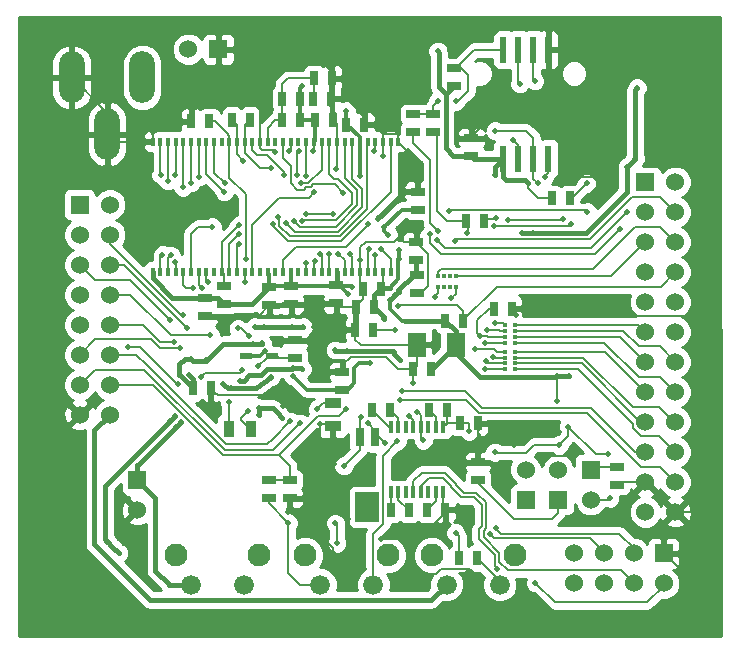
<source format=gbl>
G04 (created by PCBNEW-RS274X (2011-01-25 BZR 2758)-stable) date Mon 25 Apr 2011 03:55:26 PM COT*
G01*
G70*
G90*
%MOIN*%
G04 Gerber Fmt 3.4, Leading zero omitted, Abs format*
%FSLAX34Y34*%
G04 APERTURE LIST*
%ADD10C,0.006000*%
%ADD11O,0.085900X0.171900*%
%ADD12R,0.039300X0.023600*%
%ADD13R,0.015700X0.039300*%
%ADD14R,0.023600X0.086600*%
%ADD15R,0.060000X0.060000*%
%ADD16C,0.060000*%
%ADD17C,0.066000*%
%ADD18C,0.076000*%
%ADD19R,0.027600X0.059100*%
%ADD20R,0.078700X0.098400*%
%ADD21R,0.015700X0.011800*%
%ADD22R,0.011800X0.015700*%
%ADD23R,0.013800X0.027500*%
%ADD24R,0.013700X0.027500*%
%ADD25R,0.013600X0.027500*%
%ADD26R,0.055000X0.035000*%
%ADD27R,0.025000X0.045000*%
%ADD28R,0.045000X0.025000*%
%ADD29R,0.060000X0.080000*%
%ADD30R,0.035000X0.055000*%
%ADD31C,0.019700*%
%ADD32C,0.007900*%
%ADD33C,0.019700*%
%ADD34C,0.015700*%
%ADD35C,0.011800*%
%ADD36C,0.010000*%
G04 APERTURE END LIST*
G54D10*
G54D11*
X46524Y-33307D03*
X47705Y-35196D03*
X48886Y-33307D03*
G54D12*
X52342Y-42600D03*
X53208Y-42600D03*
G54D13*
X57168Y-44961D03*
X57418Y-44961D03*
X57668Y-44961D03*
X57918Y-44961D03*
X58168Y-44961D03*
X58418Y-44961D03*
X58668Y-44961D03*
X58918Y-44961D03*
X58918Y-47125D03*
X58668Y-47125D03*
X58418Y-47125D03*
X58168Y-47125D03*
X57918Y-47125D03*
X57668Y-47125D03*
X57418Y-47125D03*
X57168Y-47125D03*
G54D14*
X60917Y-32391D03*
X61417Y-32391D03*
X61917Y-32391D03*
X62417Y-32391D03*
X62417Y-36013D03*
X61917Y-36013D03*
X61417Y-36013D03*
X60917Y-36013D03*
G54D15*
X46793Y-37553D03*
G54D16*
X47793Y-37553D03*
X46793Y-38553D03*
X47793Y-38553D03*
X46793Y-39553D03*
X47793Y-39553D03*
X46793Y-40553D03*
X47793Y-40553D03*
X46793Y-41553D03*
X47793Y-41553D03*
X46793Y-42553D03*
X47793Y-42553D03*
X46793Y-43553D03*
X47793Y-43553D03*
X46793Y-44553D03*
X47793Y-44553D03*
G54D17*
X54809Y-50218D03*
X56579Y-50218D03*
G54D18*
X54309Y-49238D03*
X57069Y-49238D03*
G54D19*
X56131Y-45305D03*
X56643Y-45305D03*
G54D20*
X56387Y-47628D03*
G54D21*
X60957Y-42145D03*
X60957Y-41948D03*
X60957Y-41752D03*
X60957Y-41555D03*
X61311Y-41555D03*
X61311Y-41752D03*
X61311Y-41948D03*
X61311Y-42145D03*
X60954Y-43037D03*
X60954Y-42840D03*
X60954Y-42644D03*
X60954Y-42447D03*
X61308Y-42447D03*
X61308Y-42644D03*
X61308Y-42840D03*
X61308Y-43037D03*
G54D22*
X59332Y-40297D03*
X59135Y-40297D03*
X58939Y-40297D03*
X58742Y-40297D03*
X58742Y-39943D03*
X58939Y-39943D03*
X59135Y-39943D03*
X59332Y-39943D03*
G54D23*
X57413Y-39796D03*
X57157Y-39796D03*
X56901Y-39796D03*
X56645Y-39796D03*
G54D24*
X56389Y-39796D03*
X56133Y-39796D03*
X55877Y-39796D03*
G54D23*
X55622Y-39796D03*
X55366Y-39796D03*
X55110Y-39796D03*
X54854Y-39796D03*
X54598Y-39796D03*
X54342Y-39796D03*
X54086Y-39796D03*
X53830Y-39796D03*
G54D24*
X53574Y-39796D03*
G54D25*
X53319Y-39796D03*
G54D24*
X53064Y-39796D03*
G54D23*
X52808Y-39796D03*
X52552Y-39796D03*
X52296Y-39796D03*
X52040Y-39796D03*
X51784Y-39796D03*
X51528Y-39796D03*
X51272Y-39796D03*
G54D24*
X51017Y-39796D03*
X50761Y-39796D03*
X50505Y-39796D03*
G54D23*
X50249Y-39796D03*
X49993Y-39796D03*
X49737Y-39796D03*
X49481Y-39796D03*
X49225Y-39796D03*
X49225Y-35444D03*
X49481Y-35444D03*
X49737Y-35444D03*
X49993Y-35444D03*
X50249Y-35444D03*
G54D24*
X50505Y-35444D03*
X50761Y-35444D03*
G54D23*
X51016Y-35444D03*
X51272Y-35444D03*
X51528Y-35444D03*
X51784Y-35444D03*
X52040Y-35444D03*
X52296Y-35444D03*
X52552Y-35444D03*
X52808Y-35444D03*
G54D24*
X53064Y-35444D03*
G54D25*
X53319Y-35444D03*
G54D24*
X53574Y-35444D03*
G54D23*
X53830Y-35444D03*
X54086Y-35444D03*
X54342Y-35444D03*
X54598Y-35444D03*
X54854Y-35444D03*
X55110Y-35444D03*
X55366Y-35444D03*
X55622Y-35444D03*
G54D24*
X55877Y-35444D03*
X56133Y-35444D03*
G54D23*
X56389Y-35444D03*
X56645Y-35444D03*
X56901Y-35444D03*
X57157Y-35444D03*
X57413Y-35444D03*
G54D26*
X55236Y-44926D03*
X55236Y-44176D03*
G54D27*
X60594Y-41012D03*
X61194Y-41012D03*
X57143Y-44398D03*
X56543Y-44398D03*
X58428Y-44390D03*
X59028Y-44390D03*
X59468Y-44831D03*
X60068Y-44831D03*
X57172Y-47728D03*
X57772Y-47728D03*
X58381Y-47717D03*
X58981Y-47717D03*
G54D28*
X51598Y-40267D03*
X51598Y-40867D03*
X59287Y-33603D03*
X59287Y-33003D03*
G54D27*
X63146Y-37327D03*
X62546Y-37327D03*
G54D15*
X65651Y-36797D03*
G54D16*
X66651Y-36797D03*
X65651Y-37797D03*
X66651Y-37797D03*
X65651Y-38797D03*
X66651Y-38797D03*
X65651Y-39797D03*
X66651Y-39797D03*
X65651Y-40797D03*
X66651Y-40797D03*
X65651Y-41797D03*
X66651Y-41797D03*
X65651Y-42797D03*
X66651Y-42797D03*
X65651Y-43797D03*
X66651Y-43797D03*
X65651Y-44797D03*
X66651Y-44797D03*
X65651Y-45797D03*
X66651Y-45797D03*
X65651Y-46797D03*
X66651Y-46797D03*
X65651Y-47797D03*
X66651Y-47797D03*
G54D17*
X59029Y-50218D03*
X60799Y-50218D03*
G54D18*
X58529Y-49238D03*
X61289Y-49238D03*
G54D17*
X50494Y-50218D03*
X52264Y-50218D03*
G54D18*
X49994Y-49238D03*
X52754Y-49238D03*
G54D29*
X59325Y-42218D03*
X58025Y-42218D03*
G54D30*
X51769Y-45020D03*
X52519Y-45020D03*
G54D27*
X51863Y-34714D03*
X52463Y-34714D03*
X51120Y-34765D03*
X50520Y-34765D03*
X54579Y-34021D03*
X55179Y-34021D03*
X54144Y-34021D03*
X53544Y-34021D03*
X54599Y-33340D03*
X55199Y-33340D03*
X54144Y-34722D03*
X53544Y-34722D03*
G54D28*
X55344Y-40241D03*
X55344Y-40841D03*
X53844Y-40270D03*
X53844Y-40870D03*
X53112Y-40296D03*
X53112Y-40896D03*
G54D27*
X56845Y-40344D03*
X56245Y-40344D03*
X56597Y-40958D03*
X55997Y-40958D03*
G54D28*
X50969Y-40665D03*
X50969Y-41265D03*
G54D27*
X54623Y-34714D03*
X55223Y-34714D03*
X55684Y-34886D03*
X56284Y-34886D03*
G54D28*
X59852Y-35328D03*
X59852Y-35928D03*
G54D27*
X56585Y-41722D03*
X55985Y-41722D03*
G54D28*
X53969Y-42670D03*
X53969Y-42070D03*
X58041Y-39879D03*
X58041Y-40479D03*
G54D27*
X58518Y-43021D03*
X57918Y-43021D03*
G54D28*
X58061Y-37711D03*
X58061Y-37111D03*
X58009Y-39404D03*
X58009Y-38804D03*
X55541Y-43723D03*
X55541Y-43123D03*
G54D27*
X50569Y-43670D03*
X51169Y-43670D03*
G54D28*
X64689Y-46879D03*
X64689Y-46279D03*
G54D27*
X58981Y-41415D03*
X59581Y-41415D03*
G54D28*
X60067Y-46141D03*
X60067Y-46741D03*
X53797Y-46729D03*
X53797Y-47329D03*
X53096Y-47337D03*
X53096Y-46737D03*
G54D27*
X60052Y-49339D03*
X59452Y-49339D03*
G54D15*
X66256Y-49169D03*
G54D16*
X66256Y-50169D03*
X65256Y-49169D03*
X65256Y-50169D03*
X64256Y-49169D03*
X64256Y-50169D03*
X63256Y-49169D03*
X63256Y-50169D03*
G54D28*
X57917Y-34527D03*
X57917Y-35127D03*
X58567Y-34527D03*
X58567Y-35127D03*
G54D27*
X60257Y-38098D03*
X59657Y-38098D03*
G54D15*
X61654Y-47390D03*
G54D16*
X61654Y-46390D03*
G54D15*
X62744Y-47390D03*
G54D16*
X62744Y-46390D03*
G54D15*
X48718Y-46730D03*
G54D16*
X48718Y-47730D03*
G54D15*
X51413Y-32366D03*
G54D16*
X50413Y-32366D03*
G54D15*
X63827Y-46382D03*
G54D16*
X63827Y-47382D03*
G54D31*
X51218Y-38285D03*
X51616Y-37128D03*
X51627Y-36836D03*
X49551Y-39213D03*
X49738Y-36754D03*
X49978Y-36549D03*
X50498Y-36825D03*
X50773Y-36628D03*
X51061Y-40124D03*
X50864Y-40325D03*
X52118Y-38850D03*
X52339Y-39366D03*
X56627Y-39238D03*
X53941Y-38106D03*
X53406Y-37976D03*
X53228Y-38181D03*
X55791Y-39193D03*
X55094Y-39189D03*
X54799Y-39193D03*
X54339Y-39480D03*
X53592Y-36573D03*
X56390Y-38205D03*
X55561Y-37145D03*
X52297Y-40116D03*
X61457Y-33524D03*
X61071Y-38059D03*
X62890Y-38043D03*
X61244Y-35386D03*
X58732Y-38421D03*
X62063Y-36831D03*
X60647Y-35088D03*
X60657Y-38000D03*
X50557Y-40328D03*
X49978Y-39462D03*
X49827Y-39240D03*
X49498Y-36549D03*
X50246Y-36974D03*
X52088Y-38242D03*
X52252Y-36094D03*
X53169Y-36331D03*
X56828Y-39014D03*
X54217Y-38083D03*
X53665Y-38154D03*
X56610Y-35776D03*
X56438Y-39025D03*
X55394Y-39177D03*
X54328Y-36584D03*
X54179Y-36821D03*
X54616Y-37136D03*
X52108Y-38521D03*
X61957Y-33421D03*
X63173Y-38197D03*
X60591Y-38276D03*
X59717Y-38488D03*
X59297Y-38762D03*
X64820Y-38348D03*
X58474Y-38543D03*
X58690Y-38726D03*
X65049Y-37801D03*
X63705Y-37787D03*
X59094Y-37744D03*
X63689Y-36843D03*
X62291Y-36618D03*
X57457Y-44047D03*
X57528Y-43764D03*
X60293Y-43029D03*
X60331Y-42760D03*
X60567Y-42622D03*
X64472Y-47335D03*
X59965Y-42370D03*
X60307Y-42154D03*
X60146Y-41937D03*
X60358Y-41720D03*
X60622Y-41504D03*
X57293Y-41722D03*
X57415Y-40935D03*
X54139Y-44825D03*
X53813Y-44758D03*
X55683Y-44368D03*
X57772Y-44583D03*
X58248Y-45409D03*
X58051Y-44445D03*
X50130Y-42323D03*
X48407Y-42277D03*
X50057Y-43521D03*
X50852Y-43285D03*
X52072Y-41675D03*
X52442Y-41943D03*
X52218Y-43076D03*
X50236Y-41230D03*
X49803Y-41398D03*
X50374Y-41661D03*
X51146Y-41882D03*
X49941Y-42122D03*
X60713Y-49681D03*
X61984Y-50154D03*
X60469Y-48524D03*
X60677Y-48343D03*
X56183Y-44612D03*
X55600Y-46250D03*
X56976Y-45504D03*
X56399Y-44836D03*
X66980Y-49870D03*
X61350Y-41228D03*
X60413Y-44819D03*
X61260Y-45547D03*
X62114Y-45929D03*
X63541Y-32388D03*
X55724Y-48020D03*
X56004Y-48681D03*
X56835Y-48681D03*
X54797Y-44852D03*
X59394Y-35378D03*
X64024Y-36626D03*
X54780Y-48189D03*
X55551Y-49417D03*
X57866Y-49846D03*
X59846Y-49795D03*
X57898Y-43488D03*
X55344Y-36358D03*
X53568Y-44258D03*
X55273Y-46199D03*
X57557Y-38510D03*
X59777Y-34191D03*
X53320Y-35809D03*
X53785Y-35769D03*
X56903Y-35923D03*
X56131Y-39403D03*
X54627Y-39415D03*
X62801Y-36612D03*
X53726Y-47785D03*
X54750Y-41112D03*
X54600Y-41632D03*
X55019Y-43070D03*
X51369Y-44420D03*
X51769Y-44120D03*
X54717Y-44358D03*
X55316Y-48171D03*
X55372Y-48840D03*
X53742Y-48147D03*
X59324Y-48482D03*
X52411Y-44439D03*
X58639Y-40612D03*
X59171Y-40675D03*
X58728Y-34098D03*
X59343Y-34106D03*
X52734Y-42923D03*
X49795Y-44756D03*
X49970Y-44586D03*
X47911Y-48994D03*
X47697Y-48780D03*
X48098Y-49169D03*
X51840Y-43671D03*
X53163Y-43297D03*
X51576Y-43521D03*
X52431Y-43248D03*
X54212Y-43021D03*
X53907Y-42982D03*
X52131Y-43415D03*
X50423Y-43228D03*
X52883Y-42175D03*
X55718Y-42421D03*
X57480Y-42736D03*
X57273Y-42460D03*
X55301Y-42395D03*
X52584Y-42187D03*
X51003Y-42736D03*
X50144Y-43220D03*
X50498Y-42699D03*
X58732Y-32433D03*
X65378Y-33646D03*
X59772Y-45106D03*
X60634Y-45799D03*
X62783Y-45551D03*
X64413Y-45858D03*
X63087Y-44949D03*
X62717Y-44098D03*
X63106Y-43248D03*
X62713Y-43252D03*
X61740Y-36839D03*
X61013Y-36712D03*
X65311Y-36012D03*
X65047Y-36280D03*
X61535Y-38488D03*
X61909Y-38488D03*
X60629Y-36545D03*
X52933Y-41634D03*
X53887Y-41614D03*
X57151Y-40715D03*
X57313Y-40553D03*
X52627Y-41620D03*
X54250Y-41620D03*
X54217Y-33579D03*
X55677Y-34417D03*
X57435Y-39071D03*
X57083Y-38559D03*
X55244Y-37846D03*
X54346Y-37846D03*
X55738Y-40531D03*
X55887Y-40305D03*
X54120Y-35758D03*
X54564Y-35750D03*
X56139Y-36600D03*
X56935Y-38309D03*
X56931Y-41372D03*
X56478Y-42840D03*
X57435Y-39348D03*
X54053Y-36576D03*
X53907Y-43269D03*
X49996Y-44944D03*
X52775Y-44576D03*
X52765Y-44321D03*
X50167Y-44785D03*
X53549Y-44655D03*
X53370Y-44465D03*
X52954Y-42443D03*
X57378Y-45441D03*
G54D32*
X50730Y-38293D02*
X50505Y-38518D01*
X51210Y-38293D02*
X50730Y-38293D01*
X51218Y-38285D02*
X51210Y-38293D01*
X50505Y-38514D02*
X50505Y-38518D01*
X50505Y-38518D02*
X50505Y-39796D01*
X51016Y-35444D02*
X51016Y-36528D01*
X51016Y-36528D02*
X51616Y-37128D01*
X51272Y-36481D02*
X51272Y-35444D01*
X51627Y-36836D02*
X51272Y-36481D01*
X49481Y-39283D02*
X49481Y-39796D01*
X49551Y-39213D02*
X49481Y-39283D01*
X49737Y-35444D02*
X49737Y-36753D01*
X49737Y-36753D02*
X49738Y-36754D01*
X49993Y-36534D02*
X49993Y-35444D01*
X49978Y-36549D02*
X49993Y-36534D01*
X50505Y-35444D02*
X50505Y-36818D01*
X50505Y-36818D02*
X50498Y-36825D01*
X50761Y-35444D02*
X50761Y-36616D01*
X50761Y-36616D02*
X50773Y-36628D01*
X51017Y-40080D02*
X51017Y-39796D01*
X51061Y-40124D02*
X51017Y-40080D01*
X50761Y-40222D02*
X50761Y-39796D01*
X50864Y-40325D02*
X50761Y-40222D01*
X52040Y-39796D02*
X52040Y-38928D01*
X52040Y-38928D02*
X52118Y-38850D01*
X51784Y-35444D02*
X51784Y-36646D01*
X52339Y-37201D02*
X52339Y-39366D01*
X51784Y-36646D02*
X52339Y-37201D01*
X51120Y-34765D02*
X51304Y-34765D01*
X51784Y-35272D02*
X51784Y-35444D01*
X51730Y-35218D02*
X51784Y-35272D01*
X51730Y-35191D02*
X51730Y-35218D01*
X51304Y-34765D02*
X51730Y-35191D01*
X56645Y-39256D02*
X56645Y-39796D01*
X56627Y-39238D02*
X56645Y-39256D01*
X55622Y-36645D02*
X55622Y-35444D01*
X56045Y-37068D02*
X55622Y-36645D01*
X56045Y-37574D02*
X56045Y-37068D01*
X55324Y-38295D02*
X56045Y-37574D01*
X54130Y-38295D02*
X55324Y-38295D01*
X53941Y-38106D02*
X54130Y-38295D01*
X56374Y-35459D02*
X56389Y-35444D01*
X56374Y-37693D02*
X56374Y-35459D01*
X55457Y-38610D02*
X56374Y-37693D01*
X53811Y-38610D02*
X55457Y-38610D01*
X53445Y-38244D02*
X53811Y-38610D01*
X53445Y-38015D02*
X53445Y-38244D01*
X53406Y-37976D02*
X53445Y-38015D01*
X57157Y-37130D02*
X57157Y-35444D01*
X55519Y-38768D02*
X57157Y-37130D01*
X53752Y-38768D02*
X55519Y-38768D01*
X53280Y-38296D02*
X53752Y-38768D01*
X53280Y-38233D02*
X53280Y-38296D01*
X53228Y-38181D02*
X53280Y-38233D01*
X55877Y-39279D02*
X55877Y-39796D01*
X55791Y-39193D02*
X55877Y-39279D01*
X55110Y-39205D02*
X55110Y-39796D01*
X55094Y-39189D02*
X55110Y-39205D01*
X54854Y-39248D02*
X54854Y-39796D01*
X54799Y-39193D02*
X54854Y-39248D01*
X54342Y-39796D02*
X54342Y-39483D01*
X54342Y-39483D02*
X54339Y-39480D01*
X52552Y-35444D02*
X52552Y-35733D01*
X53592Y-36455D02*
X53592Y-36573D01*
X53036Y-35899D02*
X53592Y-36455D01*
X52718Y-35899D02*
X53036Y-35899D01*
X52552Y-35733D02*
X52718Y-35899D01*
X53574Y-39379D02*
X53574Y-39796D01*
X53988Y-38965D02*
X53574Y-39379D01*
X55673Y-38965D02*
X53988Y-38965D01*
X56382Y-38256D02*
X55673Y-38965D01*
X56382Y-38213D02*
X56382Y-38256D01*
X56390Y-38205D02*
X56382Y-38213D01*
X55561Y-37145D02*
X55288Y-36872D01*
X55288Y-36872D02*
X55285Y-36872D01*
X54722Y-36872D02*
X54584Y-36872D01*
X54047Y-37047D02*
X53840Y-36840D01*
X54049Y-37049D02*
X54047Y-37047D01*
X53840Y-36840D02*
X53840Y-36249D01*
X53840Y-36249D02*
X53574Y-35983D01*
X53574Y-35983D02*
X53574Y-35444D01*
X55285Y-36872D02*
X55269Y-36872D01*
X54722Y-36872D02*
X55269Y-36872D01*
X54260Y-37049D02*
X54049Y-37049D01*
X54343Y-36966D02*
X54260Y-37049D01*
X54490Y-36966D02*
X54343Y-36966D01*
X54584Y-36872D02*
X54490Y-36966D01*
X52296Y-40115D02*
X52296Y-39796D01*
X52297Y-40116D02*
X52296Y-40115D01*
X61417Y-33484D02*
X61417Y-32391D01*
X61457Y-33524D02*
X61417Y-33484D01*
X62689Y-38071D02*
X62862Y-38071D01*
X61071Y-38059D02*
X61083Y-38071D01*
X61083Y-38071D02*
X62689Y-38071D01*
X62862Y-38071D02*
X62890Y-38043D01*
X61417Y-35559D02*
X61417Y-36013D01*
X61244Y-35386D02*
X61417Y-35559D01*
X58484Y-36181D02*
X58484Y-36055D01*
X58484Y-38173D02*
X58732Y-38421D01*
X58484Y-38173D02*
X58484Y-36181D01*
X57917Y-35488D02*
X57917Y-35127D01*
X58484Y-36055D02*
X57917Y-35488D01*
X61917Y-36685D02*
X61917Y-36013D01*
X62063Y-36831D02*
X61917Y-36685D01*
X61917Y-35334D02*
X61917Y-36013D01*
X61671Y-35088D02*
X61917Y-35334D01*
X60647Y-35088D02*
X61671Y-35088D01*
X60324Y-38031D02*
X60257Y-38098D01*
X60626Y-38031D02*
X60324Y-38031D01*
X60657Y-38000D02*
X60626Y-38031D01*
X50557Y-40328D02*
X50344Y-40328D01*
X50249Y-40233D02*
X50249Y-39796D01*
X50344Y-40328D02*
X50249Y-40233D01*
X50249Y-39936D02*
X50249Y-39796D01*
X50557Y-40328D02*
X50554Y-40325D01*
X49993Y-39477D02*
X49993Y-39796D01*
X49978Y-39462D02*
X49993Y-39477D01*
X49737Y-39330D02*
X49737Y-39796D01*
X49827Y-39240D02*
X49737Y-39330D01*
X49481Y-36532D02*
X49481Y-35444D01*
X49498Y-36549D02*
X49481Y-36532D01*
X50249Y-35444D02*
X50249Y-36971D01*
X50249Y-36971D02*
X50246Y-36974D01*
X51598Y-40267D02*
X51598Y-39866D01*
X51598Y-39866D02*
X51528Y-39796D01*
X51528Y-39796D02*
X51528Y-38802D01*
X51528Y-38802D02*
X52088Y-38242D01*
X52252Y-36094D02*
X52252Y-36083D01*
X52040Y-35871D02*
X52040Y-35444D01*
X52252Y-36083D02*
X52040Y-35871D01*
X52040Y-35444D02*
X52040Y-34891D01*
X52040Y-34891D02*
X51863Y-34714D01*
X53168Y-36332D02*
X52789Y-36332D01*
X52297Y-35840D02*
X52789Y-36332D01*
X52296Y-35840D02*
X52296Y-35444D01*
X52296Y-35840D02*
X52297Y-35840D01*
X53168Y-36332D02*
X53169Y-36331D01*
X53169Y-36331D02*
X53168Y-36332D01*
X52296Y-35444D02*
X52296Y-34881D01*
X52296Y-34881D02*
X52463Y-34714D01*
X57157Y-39796D02*
X57157Y-39347D01*
X57157Y-39347D02*
X56828Y-39014D01*
X55331Y-38067D02*
X55872Y-37526D01*
X54233Y-38067D02*
X55331Y-38067D01*
X54217Y-38083D02*
X54233Y-38067D01*
X55872Y-37526D02*
X55872Y-37152D01*
X55110Y-35835D02*
X55110Y-35444D01*
X55110Y-36397D02*
X55110Y-35835D01*
X55110Y-36518D02*
X55110Y-36397D01*
X55285Y-36693D02*
X55110Y-36518D01*
X55413Y-36693D02*
X55285Y-36693D01*
X55872Y-37152D02*
X55413Y-36693D01*
X55872Y-37526D02*
X55875Y-37523D01*
X53959Y-38448D02*
X55394Y-38448D01*
X56218Y-37018D02*
X55877Y-36677D01*
X55877Y-36677D02*
X55877Y-35444D01*
X56218Y-37624D02*
X56218Y-37018D01*
X55394Y-38448D02*
X56218Y-37624D01*
X53665Y-38154D02*
X53959Y-38448D01*
X53959Y-38448D02*
X53964Y-38453D01*
X56645Y-35444D02*
X56645Y-35741D01*
X56645Y-35741D02*
X56610Y-35776D01*
X56415Y-39770D02*
X56389Y-39796D01*
X56415Y-39048D02*
X56415Y-39770D01*
X56438Y-39025D02*
X56415Y-39048D01*
X55622Y-39405D02*
X55622Y-39796D01*
X55394Y-39177D02*
X55622Y-39405D01*
X54342Y-36570D02*
X54342Y-35444D01*
X54328Y-36584D02*
X54342Y-36570D01*
X54854Y-36377D02*
X54854Y-35444D01*
X54418Y-36813D02*
X54854Y-36377D01*
X54187Y-36813D02*
X54418Y-36813D01*
X54179Y-36821D02*
X54187Y-36813D01*
X53451Y-37328D02*
X54424Y-37328D01*
X52552Y-38227D02*
X53451Y-37328D01*
X52552Y-39796D02*
X52552Y-38227D01*
X54424Y-37328D02*
X54616Y-37136D01*
X51784Y-38845D02*
X51784Y-39796D01*
X52108Y-38521D02*
X51784Y-38845D01*
X61917Y-33381D02*
X61917Y-32391D01*
X61957Y-33421D02*
X61917Y-33381D01*
X62969Y-38272D02*
X63098Y-38272D01*
X63098Y-38272D02*
X63173Y-38197D01*
X60595Y-38272D02*
X62969Y-38272D01*
G54D33*
X60591Y-38276D02*
X60595Y-38272D01*
G54D32*
X59657Y-38098D02*
X59035Y-38098D01*
X58697Y-35257D02*
X58567Y-35127D01*
X58697Y-37760D02*
X58697Y-35257D01*
X59035Y-38098D02*
X58697Y-37760D01*
X59724Y-38165D02*
X59657Y-38098D01*
X59724Y-38481D02*
X59724Y-38165D01*
X59717Y-38488D02*
X59724Y-38481D01*
X66143Y-37289D02*
X66651Y-37797D01*
X65210Y-37289D02*
X66143Y-37289D01*
X63789Y-38710D02*
X65210Y-37289D01*
X59349Y-38710D02*
X63789Y-38710D01*
X59297Y-38762D02*
X59349Y-38710D01*
X58470Y-38817D02*
X58470Y-38547D01*
X58470Y-38817D02*
X58852Y-39199D01*
X58852Y-39199D02*
X63969Y-39199D01*
X63969Y-39199D02*
X64820Y-38348D01*
X58470Y-38547D02*
X58474Y-38543D01*
X58690Y-38726D02*
X58966Y-39002D01*
X58966Y-39002D02*
X63848Y-39002D01*
X63848Y-39002D02*
X65049Y-37801D01*
X59220Y-37740D02*
X63658Y-37740D01*
X63658Y-37740D02*
X63705Y-37787D01*
X59098Y-37740D02*
X59220Y-37740D01*
X59094Y-37744D02*
X59098Y-37740D01*
X63146Y-37327D02*
X63205Y-37327D01*
X63205Y-37327D02*
X63689Y-36843D01*
X62417Y-36492D02*
X62417Y-36013D01*
X62291Y-36618D02*
X62417Y-36492D01*
X65496Y-46283D02*
X63697Y-44484D01*
X63697Y-44484D02*
X63515Y-44484D01*
X66651Y-46797D02*
X66137Y-46283D01*
X60106Y-44484D02*
X63515Y-44484D01*
X59669Y-44047D02*
X60106Y-44484D01*
X57457Y-44047D02*
X59669Y-44047D01*
X66137Y-46283D02*
X65496Y-46283D01*
X63598Y-44323D02*
X63843Y-44323D01*
X63598Y-44323D02*
X60209Y-44323D01*
X60209Y-44323D02*
X59650Y-43764D01*
X59650Y-43764D02*
X57528Y-43764D01*
X65317Y-45797D02*
X65651Y-45797D01*
X63843Y-44323D02*
X65317Y-45797D01*
X65651Y-45584D02*
X65651Y-45797D01*
X61308Y-43037D02*
X63391Y-43037D01*
X66118Y-45264D02*
X66651Y-45797D01*
X65496Y-45264D02*
X66118Y-45264D01*
X65228Y-44996D02*
X65496Y-45264D01*
X65228Y-44874D02*
X65228Y-44996D01*
X63391Y-43037D02*
X65228Y-44874D01*
X60301Y-43037D02*
X60954Y-43037D01*
X60293Y-43029D02*
X60301Y-43037D01*
X60331Y-42760D02*
X60411Y-42840D01*
X60411Y-42840D02*
X60954Y-42840D01*
X60589Y-42644D02*
X60567Y-42622D01*
X60954Y-42644D02*
X60589Y-42644D01*
X63827Y-47382D02*
X64425Y-47382D01*
X64425Y-47382D02*
X64472Y-47335D01*
X60954Y-42447D02*
X60691Y-42447D01*
X60691Y-42447D02*
X60614Y-42370D01*
X60614Y-42370D02*
X59965Y-42370D01*
X60316Y-42145D02*
X60957Y-42145D01*
X60307Y-42154D02*
X60316Y-42145D01*
X60594Y-41012D02*
X60425Y-41012D01*
X60047Y-41838D02*
X60146Y-41937D01*
X60047Y-41390D02*
X60047Y-41838D01*
X60425Y-41012D02*
X60047Y-41390D01*
X60957Y-41948D02*
X60416Y-41948D01*
X60405Y-41937D02*
X60146Y-41937D01*
X60416Y-41948D02*
X60405Y-41937D01*
X60795Y-41752D02*
X60957Y-41752D01*
X60760Y-41717D02*
X60795Y-41752D01*
X60361Y-41717D02*
X60760Y-41717D01*
X60358Y-41720D02*
X60361Y-41717D01*
X60902Y-41500D02*
X60957Y-41555D01*
X60626Y-41500D02*
X60902Y-41500D01*
X60622Y-41504D02*
X60626Y-41500D01*
X61308Y-42840D02*
X63525Y-42840D01*
X65482Y-44797D02*
X65651Y-44797D01*
X63525Y-42840D02*
X65482Y-44797D01*
X66651Y-44797D02*
X66608Y-44797D01*
X63569Y-42644D02*
X61308Y-42644D01*
X65224Y-44299D02*
X63569Y-42644D01*
X66110Y-44299D02*
X65224Y-44299D01*
X66608Y-44797D02*
X66110Y-44299D01*
X61308Y-42447D02*
X64301Y-42447D01*
X64301Y-42447D02*
X65651Y-43797D01*
X61311Y-42145D02*
X64271Y-42145D01*
X64271Y-42145D02*
X65425Y-43299D01*
X65425Y-43299D02*
X66153Y-43299D01*
X66153Y-43299D02*
X66651Y-43797D01*
X61311Y-41948D02*
X64802Y-41948D01*
X64802Y-41948D02*
X65651Y-42797D01*
X61311Y-41752D02*
X64906Y-41752D01*
X64906Y-41752D02*
X65430Y-42276D01*
X65430Y-42276D02*
X66130Y-42276D01*
X66130Y-42276D02*
X66651Y-42797D01*
X61311Y-41555D02*
X65409Y-41555D01*
X65409Y-41555D02*
X65651Y-41797D01*
X65545Y-40691D02*
X65651Y-40797D01*
X57293Y-41722D02*
X56585Y-41722D01*
X59332Y-39943D02*
X64505Y-39943D01*
X64505Y-39943D02*
X65651Y-38797D01*
X59581Y-41415D02*
X59581Y-41404D01*
X66171Y-40277D02*
X66651Y-39797D01*
X60708Y-40277D02*
X66171Y-40277D01*
X59581Y-41404D02*
X60708Y-40277D01*
X59581Y-41415D02*
X59581Y-41105D01*
X59581Y-41105D02*
X59367Y-40891D01*
X59367Y-40891D02*
X57459Y-40891D01*
X57459Y-40891D02*
X57415Y-40935D01*
X59581Y-41415D02*
X59581Y-41359D01*
X58839Y-39691D02*
X63898Y-39691D01*
X58742Y-39943D02*
X58742Y-39788D01*
X66131Y-38277D02*
X66651Y-38797D01*
X65312Y-38277D02*
X66131Y-38277D01*
X63898Y-39691D02*
X65312Y-38277D01*
X58742Y-39788D02*
X58839Y-39691D01*
X48950Y-43053D02*
X51623Y-45726D01*
X51623Y-45726D02*
X52989Y-45726D01*
X48454Y-43053D02*
X48950Y-43053D01*
X47293Y-43053D02*
X46793Y-43553D01*
X48474Y-43053D02*
X48454Y-43053D01*
X48454Y-43053D02*
X47293Y-43053D01*
X52989Y-45726D02*
X53238Y-45726D01*
X53238Y-45726D02*
X54139Y-44825D01*
X53813Y-44758D02*
X53813Y-44769D01*
X53813Y-44769D02*
X53238Y-45344D01*
X53238Y-45344D02*
X53041Y-45541D01*
X47793Y-42553D02*
X48687Y-42553D01*
X53041Y-45541D02*
X52789Y-45541D01*
X52789Y-45541D02*
X52781Y-45533D01*
X49025Y-42891D02*
X51667Y-45533D01*
X51667Y-45533D02*
X52781Y-45533D01*
X48687Y-42553D02*
X49025Y-42891D01*
X53797Y-46729D02*
X53797Y-46249D01*
X53797Y-46249D02*
X53428Y-45880D01*
X52902Y-45880D02*
X53428Y-45880D01*
X53428Y-45880D02*
X53450Y-45880D01*
X53450Y-45880D02*
X54578Y-44752D01*
X55683Y-44368D02*
X55659Y-44368D01*
X54738Y-44592D02*
X54578Y-44752D01*
X55435Y-44592D02*
X54738Y-44592D01*
X55659Y-44368D02*
X55435Y-44592D01*
X52907Y-45880D02*
X52902Y-45880D01*
X52902Y-45880D02*
X51561Y-45880D01*
X51561Y-45880D02*
X49234Y-43553D01*
X53797Y-46729D02*
X53104Y-46729D01*
X53104Y-46729D02*
X53096Y-46737D01*
X47793Y-43553D02*
X48719Y-43553D01*
X49234Y-43553D02*
X48719Y-43553D01*
X57918Y-44729D02*
X57918Y-44961D01*
X57772Y-44583D02*
X57918Y-44729D01*
X58168Y-45329D02*
X58168Y-44961D01*
X58248Y-45409D02*
X58168Y-45329D01*
X58168Y-44562D02*
X58168Y-44961D01*
X58051Y-44445D02*
X58168Y-44562D01*
X46793Y-42553D02*
X47307Y-42039D01*
X49177Y-42039D02*
X47307Y-42039D01*
X49473Y-42335D02*
X49177Y-42039D01*
X50118Y-42335D02*
X49473Y-42335D01*
X50130Y-42323D02*
X50118Y-42335D01*
X65256Y-50169D02*
X64827Y-49740D01*
X59346Y-46889D02*
X59346Y-46870D01*
X59346Y-46889D02*
X59603Y-47146D01*
X59603Y-47146D02*
X60013Y-47146D01*
X60013Y-47146D02*
X60343Y-47476D01*
X57918Y-46767D02*
X57918Y-47125D01*
X58189Y-46496D02*
X57918Y-46767D01*
X58972Y-46496D02*
X58189Y-46496D01*
X59346Y-46870D02*
X58972Y-46496D01*
X60787Y-49449D02*
X61078Y-49740D01*
X60787Y-49145D02*
X60787Y-49449D01*
X61078Y-49740D02*
X64740Y-49740D01*
X60343Y-47476D02*
X60343Y-48330D01*
X60256Y-48614D02*
X60787Y-49145D01*
X60256Y-48417D02*
X60256Y-48614D01*
X60343Y-48330D02*
X60256Y-48417D01*
X64740Y-49740D02*
X64827Y-49740D01*
X50057Y-43521D02*
X50050Y-43521D01*
X48806Y-42277D02*
X48407Y-42277D01*
X50050Y-43521D02*
X48806Y-42277D01*
X51683Y-43171D02*
X50966Y-43171D01*
X50852Y-43285D02*
X50966Y-43171D01*
X52174Y-41675D02*
X52072Y-41675D01*
X52442Y-41943D02*
X52174Y-41675D01*
X51671Y-43171D02*
X51683Y-43171D01*
X51683Y-43171D02*
X52123Y-43171D01*
X52123Y-43171D02*
X52218Y-43076D01*
X51699Y-43171D02*
X51671Y-43171D01*
X47793Y-38553D02*
X47793Y-38856D01*
X50167Y-41230D02*
X50236Y-41230D01*
X47793Y-38856D02*
X50167Y-41230D01*
X47299Y-40059D02*
X46793Y-39553D01*
X48464Y-40059D02*
X47299Y-40059D01*
X49803Y-41398D02*
X48464Y-40059D01*
X47793Y-39553D02*
X48258Y-39553D01*
X48258Y-39553D02*
X50366Y-41661D01*
X50366Y-41661D02*
X50374Y-41661D01*
X48482Y-40553D02*
X47793Y-40553D01*
X49823Y-41894D02*
X48482Y-40553D01*
X51134Y-41894D02*
X49823Y-41894D01*
X51146Y-41882D02*
X51134Y-41894D01*
X48915Y-41553D02*
X47793Y-41553D01*
X49476Y-42114D02*
X48915Y-41553D01*
X49933Y-42114D02*
X49476Y-42114D01*
X49941Y-42122D02*
X49933Y-42114D01*
X66256Y-50169D02*
X66256Y-50256D01*
X58168Y-46919D02*
X58433Y-46654D01*
X58168Y-46919D02*
X58168Y-47125D01*
X58433Y-46654D02*
X58913Y-46654D01*
X58913Y-46654D02*
X59181Y-46922D01*
X59181Y-46922D02*
X59181Y-46968D01*
X59181Y-46968D02*
X59516Y-47303D01*
X59516Y-47303D02*
X59944Y-47303D01*
X59944Y-47303D02*
X60190Y-47549D01*
X60190Y-47549D02*
X60190Y-48267D01*
X60190Y-48267D02*
X60098Y-48359D01*
X60098Y-48359D02*
X60098Y-48693D01*
X60098Y-48693D02*
X60622Y-49217D01*
X60622Y-49217D02*
X60622Y-49590D01*
X60622Y-49590D02*
X60713Y-49681D01*
X61984Y-50154D02*
X62633Y-50803D01*
X62633Y-50803D02*
X65709Y-50803D01*
X66256Y-50256D02*
X65709Y-50803D01*
X64256Y-49169D02*
X64256Y-49134D01*
X60469Y-48525D02*
X60617Y-48673D01*
X60617Y-48673D02*
X63795Y-48673D01*
X60469Y-48524D02*
X60469Y-48525D01*
X64256Y-49134D02*
X63795Y-48673D01*
X65256Y-49169D02*
X65256Y-48989D01*
X60677Y-48344D02*
X60845Y-48512D01*
X60845Y-48512D02*
X64634Y-48512D01*
X60677Y-48343D02*
X60677Y-48344D01*
X64779Y-48512D02*
X64634Y-48512D01*
X65256Y-48989D02*
X64779Y-48512D01*
X56131Y-45305D02*
X56131Y-44664D01*
X56131Y-44664D02*
X56183Y-44612D01*
X56131Y-45305D02*
X56131Y-45719D01*
X56131Y-45719D02*
X55600Y-46250D01*
X56777Y-45305D02*
X56643Y-45305D01*
X56976Y-45504D02*
X56777Y-45305D01*
X56643Y-45080D02*
X56643Y-45305D01*
X56399Y-44836D02*
X56643Y-45080D01*
X66256Y-49169D02*
X66279Y-49169D01*
X66279Y-49169D02*
X66980Y-49870D01*
X67217Y-49633D02*
X67217Y-49598D01*
X67217Y-48638D02*
X67217Y-49598D01*
X66980Y-49870D02*
X67217Y-49633D01*
X61386Y-41012D02*
X64988Y-41012D01*
X65106Y-41130D02*
X65106Y-41121D01*
X64988Y-41012D02*
X65106Y-41130D01*
X61194Y-41072D02*
X61194Y-41012D01*
X61350Y-41228D02*
X61194Y-41072D01*
X65106Y-41121D02*
X65261Y-41276D01*
X61194Y-41012D02*
X61386Y-41012D01*
X65651Y-46797D02*
X64771Y-46797D01*
X64771Y-46797D02*
X64689Y-46879D01*
X60413Y-44819D02*
X60425Y-44831D01*
X60544Y-44831D02*
X60425Y-44831D01*
X61260Y-45547D02*
X60544Y-44831D01*
X60425Y-44831D02*
X60068Y-44831D01*
X62118Y-45925D02*
X63296Y-45925D01*
X62114Y-45929D02*
X62118Y-45925D01*
X60068Y-44831D02*
X60068Y-46140D01*
X60068Y-46140D02*
X60067Y-46141D01*
X65261Y-41276D02*
X67217Y-41276D01*
X67217Y-47847D02*
X67217Y-41276D01*
X67217Y-41276D02*
X67217Y-34799D01*
X67217Y-34799D02*
X64806Y-32388D01*
X64806Y-32388D02*
X63541Y-32388D01*
X67167Y-47797D02*
X67217Y-47847D01*
X51413Y-32366D02*
X51413Y-32859D01*
X50520Y-33752D02*
X50520Y-34765D01*
X51413Y-32859D02*
X50520Y-33752D01*
X67217Y-48645D02*
X67217Y-48638D01*
X67217Y-48638D02*
X67217Y-48626D01*
X58981Y-47717D02*
X58981Y-47834D01*
X55724Y-48401D02*
X55724Y-48020D01*
X56004Y-48681D02*
X55724Y-48401D01*
X58134Y-48681D02*
X56835Y-48681D01*
X58981Y-47834D02*
X58134Y-48681D01*
X56284Y-34886D02*
X56608Y-34886D01*
X56608Y-34886D02*
X56901Y-35179D01*
X56284Y-34886D02*
X56284Y-34611D01*
X55694Y-34021D02*
X55179Y-34021D01*
X56284Y-34611D02*
X55694Y-34021D01*
X47705Y-35196D02*
X47705Y-34488D01*
X47705Y-34488D02*
X46524Y-33307D01*
X49225Y-35444D02*
X47953Y-35444D01*
X47953Y-35444D02*
X47705Y-35196D01*
X54797Y-44852D02*
X55162Y-44852D01*
X55162Y-44852D02*
X55236Y-44926D01*
X55170Y-46199D02*
X54797Y-45826D01*
X55273Y-46199D02*
X55170Y-46199D01*
X54797Y-45826D02*
X54797Y-44852D01*
X65651Y-46797D02*
X66651Y-47797D01*
X66651Y-47797D02*
X67167Y-47797D01*
X59794Y-35386D02*
X59852Y-35328D01*
X59402Y-35386D02*
X59794Y-35386D01*
X59394Y-35378D02*
X59402Y-35386D01*
X52754Y-41254D02*
X50980Y-41254D01*
X53112Y-40896D02*
X52754Y-41254D01*
X50980Y-41254D02*
X50969Y-41265D01*
X58918Y-47125D02*
X58918Y-47654D01*
X58918Y-47654D02*
X58981Y-47717D01*
X62801Y-36612D02*
X64010Y-36612D01*
X64010Y-36612D02*
X64024Y-36626D01*
X54780Y-48189D02*
X54866Y-48275D01*
X54866Y-48275D02*
X54866Y-48634D01*
X55228Y-48996D02*
X54866Y-48634D01*
X55228Y-49094D02*
X55228Y-48996D01*
X55551Y-49417D02*
X55228Y-49094D01*
X58682Y-49846D02*
X57866Y-49846D01*
X58823Y-49705D02*
X58682Y-49846D01*
X59756Y-49705D02*
X58823Y-49705D01*
X59846Y-49795D02*
X59756Y-49705D01*
X67217Y-48633D02*
X67217Y-48626D01*
X67217Y-48626D02*
X67217Y-47847D01*
X57918Y-43468D02*
X57918Y-43021D01*
X57898Y-43488D02*
X57918Y-43468D01*
X55366Y-36336D02*
X55366Y-35444D01*
X55344Y-36358D02*
X55366Y-36336D01*
X58041Y-40479D02*
X58182Y-40479D01*
X58415Y-39210D02*
X58009Y-38804D01*
X58415Y-40246D02*
X58415Y-39210D01*
X58182Y-40479D02*
X58415Y-40246D01*
X57557Y-38510D02*
X57557Y-38748D01*
X57613Y-38804D02*
X58009Y-38804D01*
X57557Y-38748D02*
X57613Y-38804D01*
X54974Y-40870D02*
X55315Y-40870D01*
X55315Y-40870D02*
X55344Y-40841D01*
X53844Y-40870D02*
X54974Y-40870D01*
X54974Y-40870D02*
X54983Y-40879D01*
X55997Y-40958D02*
X55997Y-41710D01*
X55997Y-41710D02*
X55985Y-41722D01*
X55997Y-40958D02*
X55461Y-40958D01*
X55461Y-40958D02*
X55344Y-40841D01*
X56133Y-39796D02*
X56133Y-40232D01*
X56133Y-40232D02*
X56245Y-40344D01*
X56245Y-40344D02*
X56245Y-40710D01*
X56245Y-40710D02*
X55997Y-40958D01*
X51860Y-43903D02*
X53410Y-43903D01*
X53568Y-44061D02*
X53568Y-44258D01*
X53410Y-43903D02*
X53568Y-44061D01*
X55273Y-46199D02*
X55273Y-46183D01*
X58061Y-37111D02*
X58061Y-36092D01*
X58061Y-36092D02*
X57413Y-35444D01*
X56131Y-38978D02*
X56131Y-38975D01*
X56131Y-38975D02*
X56325Y-38781D01*
X56325Y-38781D02*
X57286Y-38781D01*
X57286Y-38781D02*
X57557Y-38510D01*
X56131Y-39403D02*
X56131Y-38978D01*
X56131Y-38978D02*
X56131Y-38970D01*
X55541Y-42899D02*
X55545Y-42899D01*
X55545Y-42899D02*
X55832Y-42612D01*
X55832Y-42612D02*
X57006Y-42612D01*
X57006Y-42612D02*
X57415Y-43021D01*
X57415Y-43021D02*
X57918Y-43021D01*
X55541Y-43123D02*
X55541Y-42899D01*
X51867Y-43903D02*
X51860Y-43903D01*
X51860Y-43903D02*
X51402Y-43903D01*
X51402Y-43903D02*
X51320Y-43821D01*
X51169Y-43670D02*
X51320Y-43821D01*
X63538Y-32391D02*
X62417Y-32391D01*
X63541Y-32388D02*
X63538Y-32391D01*
X59777Y-34191D02*
X59852Y-34266D01*
X59852Y-34266D02*
X59852Y-35328D01*
X53830Y-35444D02*
X53830Y-35724D01*
X52808Y-35655D02*
X52808Y-35444D01*
X52883Y-35730D02*
X52808Y-35655D01*
X53241Y-35730D02*
X52883Y-35730D01*
X53320Y-35809D02*
X53241Y-35730D01*
X53830Y-35724D02*
X53785Y-35769D01*
X53844Y-40870D02*
X53138Y-40870D01*
X53138Y-40870D02*
X53112Y-40896D01*
X52478Y-34254D02*
X52478Y-34195D01*
X55199Y-33120D02*
X55199Y-33340D01*
X54919Y-32840D02*
X55199Y-33120D01*
X53833Y-32840D02*
X54919Y-32840D01*
X52478Y-34195D02*
X53833Y-32840D01*
X56901Y-35921D02*
X56901Y-35444D01*
X56903Y-35923D02*
X56901Y-35921D01*
X54598Y-39796D02*
X54598Y-39444D01*
X56133Y-39405D02*
X56133Y-39796D01*
X56131Y-39403D02*
X56133Y-39405D01*
X54598Y-39444D02*
X54627Y-39415D01*
X50520Y-34765D02*
X50520Y-34495D01*
X52808Y-34367D02*
X52808Y-35444D01*
X52478Y-34254D02*
X52695Y-34254D01*
X52695Y-34254D02*
X52808Y-34367D01*
X50761Y-34254D02*
X52478Y-34254D01*
X50520Y-34495D02*
X50761Y-34254D01*
X50520Y-34765D02*
X49573Y-34765D01*
X49225Y-35113D02*
X49225Y-35444D01*
X49573Y-34765D02*
X49225Y-35113D01*
X55179Y-34021D02*
X55179Y-33360D01*
X55179Y-33360D02*
X55199Y-33340D01*
X55223Y-34714D02*
X55223Y-34065D01*
X55223Y-34065D02*
X55179Y-34021D01*
X55366Y-35444D02*
X55366Y-34857D01*
X55366Y-34857D02*
X55223Y-34714D01*
X56901Y-35179D02*
X57375Y-35179D01*
X57375Y-35179D02*
X57413Y-35217D01*
X57413Y-35217D02*
X57413Y-35444D01*
X56901Y-35179D02*
X56901Y-35444D01*
X59852Y-35328D02*
X59852Y-35281D01*
X62194Y-34321D02*
X62417Y-34098D01*
X60812Y-34321D02*
X62194Y-34321D01*
X59852Y-35281D02*
X60812Y-34321D01*
X62801Y-36612D02*
X62836Y-36577D01*
X62836Y-36577D02*
X62836Y-34607D01*
X62836Y-34607D02*
X62417Y-34188D01*
X62417Y-34188D02*
X62417Y-34098D01*
X62417Y-34098D02*
X62417Y-32391D01*
X58025Y-42218D02*
X56155Y-42218D01*
X55985Y-42048D02*
X55985Y-41722D01*
X56147Y-42210D02*
X55985Y-42048D01*
X56155Y-42218D02*
X56147Y-42210D01*
X58025Y-42218D02*
X58025Y-42914D01*
X58025Y-42914D02*
X57918Y-43021D01*
X57918Y-42325D02*
X58025Y-42218D01*
X57918Y-42325D02*
X58025Y-42218D01*
X55541Y-43123D02*
X55072Y-43123D01*
X55072Y-43123D02*
X55019Y-43070D01*
X53797Y-47329D02*
X53797Y-47714D01*
X53797Y-47714D02*
X53726Y-47785D01*
X54594Y-42070D02*
X54594Y-41638D01*
X54750Y-41112D02*
X54983Y-40879D01*
X54594Y-41638D02*
X54600Y-41632D01*
X54983Y-40879D02*
X54992Y-40870D01*
X54994Y-42070D02*
X55268Y-42070D01*
X55268Y-42070D02*
X55616Y-41722D01*
X55616Y-41722D02*
X55985Y-41722D01*
X54594Y-42070D02*
X54994Y-42070D01*
X54994Y-42070D02*
X54969Y-42070D01*
X55019Y-42120D02*
X55019Y-43070D01*
X54969Y-42070D02*
X55019Y-42120D01*
X51369Y-44420D02*
X51169Y-44220D01*
X51169Y-44220D02*
X51169Y-43670D01*
X54594Y-42070D02*
X53969Y-42070D01*
X51769Y-44120D02*
X51769Y-45020D01*
X64689Y-46279D02*
X63930Y-46279D01*
X63930Y-46279D02*
X63827Y-46382D01*
X57172Y-47728D02*
X57172Y-47129D01*
X57172Y-47129D02*
X57168Y-47125D01*
X57418Y-44961D02*
X57418Y-44673D01*
X57418Y-44673D02*
X57143Y-44398D01*
X54899Y-44176D02*
X54717Y-44358D01*
X55236Y-44176D02*
X54899Y-44176D01*
X57772Y-47728D02*
X57755Y-47728D01*
X57418Y-47391D02*
X57418Y-47125D01*
X57755Y-47728D02*
X57418Y-47391D01*
X57106Y-44961D02*
X56543Y-44398D01*
X57168Y-44961D02*
X57106Y-44961D01*
X58668Y-47125D02*
X58668Y-47430D01*
X58668Y-47430D02*
X58381Y-47717D01*
X58668Y-44961D02*
X58668Y-44630D01*
X58668Y-44630D02*
X58428Y-44390D01*
X60799Y-50218D02*
X60799Y-50086D01*
X60799Y-50086D02*
X60052Y-49339D01*
X55372Y-48840D02*
X55372Y-48227D01*
X55372Y-48227D02*
X55316Y-48171D01*
X59452Y-48610D02*
X59452Y-49339D01*
X59452Y-48610D02*
X59324Y-48482D01*
X53742Y-48147D02*
X53742Y-49825D01*
X54135Y-50218D02*
X54809Y-50218D01*
X53742Y-49825D02*
X54135Y-50218D01*
X53096Y-47337D02*
X53096Y-47501D01*
X53096Y-47501D02*
X53742Y-48147D01*
X52519Y-45020D02*
X52481Y-45020D01*
X52175Y-44675D02*
X52411Y-44439D01*
X52175Y-44714D02*
X52175Y-44675D01*
X52481Y-45020D02*
X52175Y-44714D01*
X58742Y-40509D02*
X58742Y-40297D01*
X58639Y-40612D02*
X58742Y-40509D01*
X59332Y-40514D02*
X59332Y-40297D01*
X59171Y-40675D02*
X59332Y-40514D01*
X60067Y-46741D02*
X60067Y-46823D01*
X62744Y-47819D02*
X62744Y-47390D01*
X62543Y-48020D02*
X62744Y-47819D01*
X61264Y-48020D02*
X62543Y-48020D01*
X60067Y-46823D02*
X61264Y-48020D01*
X53544Y-34722D02*
X53320Y-34722D01*
X53064Y-34978D02*
X53064Y-35444D01*
X53320Y-34722D02*
X53064Y-34978D01*
X53544Y-34021D02*
X53544Y-34722D01*
X54599Y-33340D02*
X53734Y-33340D01*
X53544Y-33530D02*
X53544Y-34021D01*
X53734Y-33340D02*
X53544Y-33530D01*
X54599Y-33340D02*
X54599Y-34001D01*
X54599Y-34001D02*
X54579Y-34021D01*
X57917Y-34527D02*
X58567Y-34527D01*
X59287Y-33003D02*
X59503Y-33003D01*
X58567Y-34259D02*
X58567Y-34527D01*
X58728Y-34098D02*
X58567Y-34259D01*
X59406Y-34106D02*
X59343Y-34106D01*
X59736Y-33776D02*
X59406Y-34106D01*
X59736Y-33236D02*
X59736Y-33776D01*
X59503Y-33003D02*
X59736Y-33236D01*
X58551Y-34511D02*
X58567Y-34527D01*
X59287Y-33003D02*
X59332Y-33003D01*
X59332Y-33003D02*
X59944Y-32391D01*
X59944Y-32391D02*
X60917Y-32391D01*
X53969Y-42670D02*
X53445Y-42670D01*
X53445Y-42670D02*
X53375Y-42600D01*
X53375Y-42600D02*
X53208Y-42600D01*
X53445Y-42670D02*
X53375Y-42600D01*
X52734Y-42923D02*
X52753Y-42923D01*
X53320Y-42655D02*
X53375Y-42600D01*
X53021Y-42655D02*
X53320Y-42655D01*
X52753Y-42923D02*
X53021Y-42655D01*
G54D34*
X49970Y-44586D02*
X47635Y-46916D01*
X47874Y-48945D02*
X47874Y-48957D01*
X47874Y-48957D02*
X47911Y-48994D01*
X47697Y-48780D02*
X47703Y-48774D01*
X47630Y-48705D02*
X47634Y-48705D01*
X47635Y-48700D02*
X47630Y-48705D01*
X47635Y-46916D02*
X47635Y-47557D01*
X47635Y-47557D02*
X47635Y-48700D01*
X47634Y-48705D02*
X47703Y-48774D01*
X47703Y-48774D02*
X47874Y-48945D01*
X47874Y-48945D02*
X48098Y-49169D01*
X51840Y-43671D02*
X51860Y-43651D01*
X52246Y-43655D02*
X52226Y-43675D01*
X52226Y-43675D02*
X51730Y-43675D01*
X51730Y-43675D02*
X51576Y-43521D01*
X53163Y-43297D02*
X52655Y-43655D01*
X52655Y-43655D02*
X52246Y-43655D01*
G54D32*
X52431Y-43248D02*
X52490Y-43189D01*
G54D34*
X53907Y-42982D02*
X54173Y-42982D01*
X53482Y-43017D02*
X53872Y-43017D01*
X53872Y-43017D02*
X53907Y-42982D01*
X54173Y-42982D02*
X54212Y-43021D01*
X52711Y-43222D02*
X52459Y-43222D01*
X52459Y-43222D02*
X52439Y-43242D01*
X52785Y-43222D02*
X52824Y-43222D01*
X52785Y-43222D02*
X52711Y-43222D01*
X52266Y-43415D02*
X52131Y-43415D01*
X52439Y-43242D02*
X52266Y-43415D01*
X53482Y-43017D02*
X53029Y-43017D01*
X53029Y-43017D02*
X52824Y-43222D01*
X52824Y-43222D02*
X52828Y-43222D01*
X53482Y-43017D02*
X53481Y-43017D01*
X50569Y-43374D02*
X50569Y-43670D01*
X50423Y-43228D02*
X50569Y-43374D01*
X52584Y-42187D02*
X52871Y-42187D01*
X52871Y-42187D02*
X52883Y-42175D01*
X55718Y-42421D02*
X55708Y-42411D01*
X57273Y-42460D02*
X57273Y-42529D01*
X57273Y-42529D02*
X57480Y-42736D01*
X57224Y-42411D02*
X57273Y-42460D01*
X57210Y-42411D02*
X55317Y-42411D01*
X55317Y-42411D02*
X55301Y-42395D01*
X51257Y-42502D02*
X50990Y-42769D01*
X50990Y-42769D02*
X50568Y-42769D01*
X50498Y-42699D02*
X50568Y-42769D01*
X52584Y-42187D02*
X52576Y-42195D01*
X52576Y-42195D02*
X51572Y-42195D01*
X51572Y-42195D02*
X51265Y-42502D01*
X51265Y-42502D02*
X51257Y-42502D01*
X57210Y-42411D02*
X57224Y-42411D01*
G54D32*
X51003Y-42736D02*
X50984Y-42717D01*
G54D34*
X50132Y-43233D02*
X50132Y-43232D01*
X50144Y-43220D02*
X50132Y-43232D01*
X50119Y-42920D02*
X50119Y-42868D01*
X50119Y-42868D02*
X50288Y-42699D01*
X50288Y-42699D02*
X50498Y-42699D01*
X50132Y-43233D02*
X50119Y-43220D01*
X50119Y-42920D02*
X50119Y-43220D01*
G54D32*
X50498Y-42699D02*
X50498Y-42706D01*
G54D34*
X50132Y-43233D02*
X50569Y-43670D01*
X58732Y-32433D02*
X58776Y-32477D01*
X58776Y-32477D02*
X58776Y-33630D01*
X59018Y-33872D02*
X58776Y-33630D01*
X65311Y-36012D02*
X65311Y-33713D01*
X65311Y-33713D02*
X65378Y-33646D01*
G54D32*
X59772Y-45106D02*
X59772Y-44866D01*
X59772Y-44866D02*
X59737Y-44831D01*
X59737Y-44831D02*
X59468Y-44831D01*
X62783Y-45551D02*
X61945Y-45551D01*
X61945Y-45551D02*
X61677Y-45819D01*
X61677Y-45819D02*
X60654Y-45819D01*
X60654Y-45819D02*
X60634Y-45799D01*
X63087Y-45247D02*
X63087Y-44949D01*
X62783Y-45551D02*
X63087Y-45247D01*
X62713Y-43252D02*
X62713Y-44094D01*
X63996Y-45858D02*
X64413Y-45858D01*
X63087Y-44949D02*
X63996Y-45858D01*
X62713Y-44094D02*
X62717Y-44098D01*
G54D34*
X58515Y-50732D02*
X49142Y-50732D01*
X59029Y-50218D02*
X58515Y-50732D01*
X47283Y-45063D02*
X47793Y-44553D01*
X47283Y-48873D02*
X47283Y-45063D01*
X49142Y-50732D02*
X47283Y-48873D01*
X63102Y-43252D02*
X62713Y-43252D01*
X63106Y-43248D02*
X63102Y-43252D01*
X62674Y-43291D02*
X62713Y-43252D01*
X59325Y-42495D02*
X60121Y-43291D01*
X59325Y-42495D02*
X59325Y-42218D01*
X60121Y-43291D02*
X62674Y-43291D01*
X59852Y-35928D02*
X59243Y-35928D01*
X59243Y-35928D02*
X58988Y-35673D01*
X58988Y-35673D02*
X58988Y-33902D01*
X58988Y-33902D02*
X59018Y-33872D01*
X59018Y-33872D02*
X59287Y-33603D01*
G54D32*
X61740Y-36839D02*
X61740Y-36984D01*
X62083Y-37327D02*
X62546Y-37327D01*
X61740Y-36984D02*
X62083Y-37327D01*
X59468Y-44831D02*
X59048Y-44831D01*
X59048Y-44831D02*
X58918Y-44961D01*
X59028Y-44390D02*
X59028Y-44851D01*
X59028Y-44851D02*
X58918Y-44961D01*
G54D34*
X61637Y-36712D02*
X61637Y-36736D01*
X61024Y-36712D02*
X61637Y-36712D01*
X61013Y-36712D02*
X61024Y-36712D01*
X61637Y-36736D02*
X61740Y-36839D01*
X61013Y-36712D02*
X60917Y-36616D01*
X60917Y-36013D02*
X60917Y-36616D01*
X61909Y-38488D02*
X63673Y-38488D01*
X65047Y-37114D02*
X65047Y-36280D01*
X63673Y-38488D02*
X65047Y-37114D01*
X47793Y-44553D02*
X47781Y-44553D01*
X65311Y-36012D02*
X65311Y-36016D01*
X65311Y-36016D02*
X65047Y-36280D01*
X61909Y-38488D02*
X61535Y-38488D01*
X60629Y-36545D02*
X60629Y-36301D01*
X60629Y-36301D02*
X60917Y-36013D01*
X60917Y-36110D02*
X60917Y-36013D01*
X52933Y-41634D02*
X52952Y-41615D01*
X58009Y-39404D02*
X58009Y-39847D01*
X58009Y-39847D02*
X58041Y-39879D01*
X57419Y-40447D02*
X57419Y-40399D01*
X57939Y-39879D02*
X58041Y-39879D01*
X57419Y-40399D02*
X57939Y-39879D01*
X57313Y-40553D02*
X57419Y-40447D01*
X57419Y-40447D02*
X57435Y-40447D01*
X57313Y-40553D02*
X57313Y-40552D01*
X52627Y-41620D02*
X54250Y-41620D01*
G54D35*
X57635Y-41415D02*
X57548Y-41415D01*
G54D34*
X58981Y-41415D02*
X57635Y-41415D01*
G54D35*
X57151Y-41018D02*
X57151Y-40715D01*
X57548Y-41415D02*
X57151Y-41018D01*
G54D34*
X60917Y-36013D02*
X59937Y-36013D01*
X59937Y-36013D02*
X59852Y-35928D01*
X58518Y-43021D02*
X58522Y-43021D01*
X58522Y-43021D02*
X59325Y-42218D01*
X59325Y-42218D02*
X59325Y-41759D01*
X59325Y-41759D02*
X58981Y-41415D01*
X59541Y-42002D02*
X59325Y-42218D01*
X58530Y-43033D02*
X58518Y-43021D01*
X57151Y-40715D02*
X57313Y-40553D01*
G54D35*
X54144Y-33652D02*
X54217Y-33579D01*
X54144Y-34021D02*
X54144Y-33652D01*
X55684Y-34424D02*
X55684Y-34886D01*
X55677Y-34417D02*
X55684Y-34424D01*
X56133Y-35444D02*
X56133Y-35299D01*
X56133Y-35299D02*
X55720Y-34886D01*
X55720Y-34886D02*
X55684Y-34886D01*
G54D34*
X51598Y-40867D02*
X52541Y-40867D01*
X52541Y-40867D02*
X53112Y-40296D01*
X50969Y-40665D02*
X51396Y-40665D01*
X51396Y-40665D02*
X51598Y-40867D01*
X49882Y-40654D02*
X50958Y-40654D01*
X49225Y-39997D02*
X49882Y-40654D01*
X49225Y-39796D02*
X49225Y-39997D01*
X50958Y-40654D02*
X50969Y-40665D01*
G54D35*
X57435Y-39071D02*
X57435Y-39348D01*
X56935Y-38411D02*
X56935Y-38309D01*
X57083Y-38559D02*
X56935Y-38411D01*
G54D32*
X54346Y-37846D02*
X55244Y-37846D01*
G54D35*
X55344Y-40241D02*
X55448Y-40241D01*
X55448Y-40241D02*
X55738Y-40531D01*
X53844Y-40270D02*
X55315Y-40270D01*
X55315Y-40270D02*
X55344Y-40241D01*
G54D34*
X55366Y-39796D02*
X55366Y-40219D01*
X55366Y-40219D02*
X55344Y-40241D01*
G54D35*
X55852Y-40270D02*
X55469Y-40270D01*
X55887Y-40305D02*
X55852Y-40270D01*
G54D34*
X56597Y-40571D02*
X56618Y-40571D01*
X56618Y-40571D02*
X56845Y-40344D01*
X57132Y-40320D02*
X56869Y-40320D01*
X56869Y-40320D02*
X56845Y-40344D01*
G54D35*
X57413Y-39796D02*
X57413Y-40039D01*
X57413Y-40039D02*
X57132Y-40320D01*
G54D32*
X56901Y-39796D02*
X56901Y-40288D01*
X56901Y-40288D02*
X56845Y-40344D01*
X54598Y-35444D02*
X54598Y-35716D01*
X54053Y-35825D02*
X54053Y-36576D01*
X54120Y-35758D02*
X54053Y-35825D01*
X54598Y-35716D02*
X54564Y-35750D01*
G54D35*
X56133Y-36594D02*
X56133Y-35444D01*
X56133Y-36594D02*
X56139Y-36600D01*
X57533Y-37711D02*
X58061Y-37711D01*
X56935Y-38309D02*
X57533Y-37711D01*
G54D34*
X56931Y-41372D02*
X56931Y-41292D01*
G54D35*
X55541Y-43723D02*
X55729Y-43723D01*
X56097Y-42840D02*
X56478Y-42840D01*
X55950Y-42987D02*
X56097Y-42840D01*
X55950Y-43502D02*
X55950Y-42987D01*
X55729Y-43723D02*
X55950Y-43502D01*
G54D34*
X56931Y-41292D02*
X56597Y-40958D01*
X56597Y-40958D02*
X56597Y-40571D01*
X56597Y-40571D02*
X56597Y-40567D01*
G54D35*
X53844Y-40270D02*
X53138Y-40270D01*
X53138Y-40270D02*
X53112Y-40296D01*
X53112Y-40296D02*
X53112Y-39844D01*
X53112Y-39844D02*
X53064Y-39796D01*
X53844Y-40270D02*
X53844Y-39810D01*
X53844Y-39810D02*
X53830Y-39796D01*
X57413Y-39370D02*
X57413Y-39796D01*
X57435Y-39348D02*
X57413Y-39370D01*
X54053Y-36576D02*
X54049Y-36572D01*
X54623Y-34714D02*
X54623Y-35419D01*
X54623Y-35419D02*
X54598Y-35444D01*
X54144Y-34722D02*
X54615Y-34722D01*
X54615Y-34722D02*
X54623Y-34714D01*
X54144Y-34021D02*
X54144Y-34722D01*
X55541Y-43723D02*
X54361Y-43723D01*
X54361Y-43723D02*
X53907Y-43269D01*
G54D34*
X49972Y-44980D02*
X49972Y-44968D01*
X49972Y-44968D02*
X49996Y-44944D01*
G54D35*
X52600Y-42600D02*
X52342Y-42600D01*
G54D34*
X52765Y-44321D02*
X52765Y-44566D01*
X52765Y-44566D02*
X52775Y-44576D01*
X52765Y-44321D02*
X53226Y-44321D01*
X53226Y-44321D02*
X53370Y-44465D01*
X50167Y-44785D02*
X49972Y-44980D01*
X49972Y-44980D02*
X48761Y-46191D01*
X53370Y-44465D02*
X53370Y-44476D01*
X53370Y-44476D02*
X53549Y-44655D01*
X49754Y-50218D02*
X49754Y-50203D01*
X50494Y-50218D02*
X49754Y-50218D01*
X49320Y-47332D02*
X48718Y-46730D01*
X49320Y-49769D02*
X49320Y-47332D01*
X49754Y-50203D02*
X49320Y-49769D01*
X48718Y-46730D02*
X48718Y-46234D01*
X48718Y-46234D02*
X48761Y-46191D01*
X48761Y-46191D02*
X48757Y-46191D01*
G54D35*
X52509Y-42600D02*
X52600Y-42600D01*
X52600Y-42600D02*
X52797Y-42600D01*
X52797Y-42600D02*
X52954Y-42443D01*
G54D32*
X56579Y-50218D02*
X56579Y-49622D01*
X56906Y-45913D02*
X57378Y-45441D01*
X56906Y-48189D02*
X56906Y-45913D01*
X56555Y-48540D02*
X56906Y-48189D01*
X56555Y-49598D02*
X56555Y-48540D01*
X56579Y-49622D02*
X56555Y-49598D01*
G54D10*
G36*
X49491Y-50404D02*
X49278Y-50404D01*
X48316Y-49442D01*
X48392Y-49366D01*
X48445Y-49238D01*
X48445Y-49100D01*
X48392Y-48972D01*
X48295Y-48875D01*
X48247Y-48855D01*
X48215Y-48823D01*
X48205Y-48797D01*
X48108Y-48700D01*
X48082Y-48689D01*
X48001Y-48608D01*
X47991Y-48583D01*
X47963Y-48555D01*
X47963Y-47557D01*
X47963Y-47052D01*
X48169Y-46847D01*
X48169Y-47079D01*
X48207Y-47171D01*
X48277Y-47241D01*
X48368Y-47279D01*
X48430Y-47279D01*
X48410Y-47352D01*
X48683Y-47624D01*
X48718Y-47659D01*
X48789Y-47730D01*
X48718Y-47801D01*
X48647Y-47871D01*
X48647Y-47730D01*
X48340Y-47422D01*
X48246Y-47449D01*
X48175Y-47651D01*
X48186Y-47864D01*
X48246Y-48011D01*
X48340Y-48038D01*
X48647Y-47730D01*
X48647Y-47871D01*
X48410Y-48108D01*
X48437Y-48202D01*
X48639Y-48273D01*
X48852Y-48262D01*
X48992Y-48204D01*
X48992Y-49769D01*
X49017Y-49895D01*
X49088Y-50001D01*
X49489Y-50401D01*
X49491Y-50404D01*
X49491Y-50404D01*
G37*
G54D36*
X49491Y-50404D02*
X49278Y-50404D01*
X48316Y-49442D01*
X48392Y-49366D01*
X48445Y-49238D01*
X48445Y-49100D01*
X48392Y-48972D01*
X48295Y-48875D01*
X48247Y-48855D01*
X48215Y-48823D01*
X48205Y-48797D01*
X48108Y-48700D01*
X48082Y-48689D01*
X48001Y-48608D01*
X47991Y-48583D01*
X47963Y-48555D01*
X47963Y-47557D01*
X47963Y-47052D01*
X48169Y-46847D01*
X48169Y-47079D01*
X48207Y-47171D01*
X48277Y-47241D01*
X48368Y-47279D01*
X48430Y-47279D01*
X48410Y-47352D01*
X48683Y-47624D01*
X48718Y-47659D01*
X48789Y-47730D01*
X48718Y-47801D01*
X48647Y-47871D01*
X48647Y-47730D01*
X48340Y-47422D01*
X48246Y-47449D01*
X48175Y-47651D01*
X48186Y-47864D01*
X48246Y-48011D01*
X48340Y-48038D01*
X48647Y-47730D01*
X48647Y-47871D01*
X48410Y-48108D01*
X48437Y-48202D01*
X48639Y-48273D01*
X48852Y-48262D01*
X48992Y-48204D01*
X48992Y-49769D01*
X49017Y-49895D01*
X49088Y-50001D01*
X49489Y-50401D01*
X49491Y-50404D01*
G54D10*
G36*
X51480Y-44522D02*
X51453Y-44534D01*
X51383Y-44604D01*
X51345Y-44695D01*
X51345Y-44794D01*
X51345Y-44802D01*
X50686Y-44144D01*
X50743Y-44144D01*
X50835Y-44106D01*
X50869Y-44072D01*
X50903Y-44106D01*
X50995Y-44144D01*
X51057Y-44145D01*
X51119Y-44083D01*
X51119Y-43770D01*
X51119Y-43720D01*
X51119Y-43620D01*
X51219Y-43620D01*
X51219Y-43720D01*
X51219Y-43770D01*
X51219Y-44083D01*
X51281Y-44145D01*
X51343Y-44144D01*
X51422Y-44111D01*
X51422Y-44189D01*
X51475Y-44317D01*
X51480Y-44322D01*
X51480Y-44522D01*
X51480Y-44522D01*
G37*
G54D36*
X51480Y-44522D02*
X51453Y-44534D01*
X51383Y-44604D01*
X51345Y-44695D01*
X51345Y-44794D01*
X51345Y-44802D01*
X50686Y-44144D01*
X50743Y-44144D01*
X50835Y-44106D01*
X50869Y-44072D01*
X50903Y-44106D01*
X50995Y-44144D01*
X51057Y-44145D01*
X51119Y-44083D01*
X51119Y-43770D01*
X51119Y-43720D01*
X51119Y-43620D01*
X51219Y-43620D01*
X51219Y-43720D01*
X51219Y-43770D01*
X51219Y-44083D01*
X51281Y-44145D01*
X51343Y-44144D01*
X51422Y-44111D01*
X51422Y-44189D01*
X51475Y-44317D01*
X51480Y-44322D01*
X51480Y-44522D01*
G54D10*
G36*
X54597Y-44032D02*
X54520Y-44064D01*
X54423Y-44161D01*
X54370Y-44289D01*
X54370Y-44427D01*
X54406Y-44515D01*
X54375Y-44546D01*
X54373Y-44548D01*
X54363Y-44558D01*
X54336Y-44531D01*
X54208Y-44478D01*
X54070Y-44478D01*
X54037Y-44491D01*
X54010Y-44464D01*
X53882Y-44411D01*
X53796Y-44411D01*
X53746Y-44361D01*
X53699Y-44341D01*
X53690Y-44332D01*
X53664Y-44268D01*
X53567Y-44171D01*
X53520Y-44151D01*
X53458Y-44089D01*
X53352Y-44018D01*
X53226Y-43993D01*
X52879Y-43993D01*
X52834Y-43974D01*
X52729Y-43974D01*
X52752Y-43963D01*
X52781Y-43958D01*
X52812Y-43937D01*
X52844Y-43923D01*
X53251Y-43636D01*
X53360Y-43591D01*
X53457Y-43494D01*
X53510Y-43366D01*
X53510Y-43345D01*
X53562Y-43345D01*
X53613Y-43466D01*
X53710Y-43563D01*
X53803Y-43601D01*
X54142Y-43941D01*
X54143Y-43941D01*
X54243Y-44008D01*
X54361Y-44032D01*
X54597Y-44032D01*
X54597Y-44032D01*
G37*
G54D36*
X54597Y-44032D02*
X54520Y-44064D01*
X54423Y-44161D01*
X54370Y-44289D01*
X54370Y-44427D01*
X54406Y-44515D01*
X54375Y-44546D01*
X54373Y-44548D01*
X54363Y-44558D01*
X54336Y-44531D01*
X54208Y-44478D01*
X54070Y-44478D01*
X54037Y-44491D01*
X54010Y-44464D01*
X53882Y-44411D01*
X53796Y-44411D01*
X53746Y-44361D01*
X53699Y-44341D01*
X53690Y-44332D01*
X53664Y-44268D01*
X53567Y-44171D01*
X53520Y-44151D01*
X53458Y-44089D01*
X53352Y-44018D01*
X53226Y-43993D01*
X52879Y-43993D01*
X52834Y-43974D01*
X52729Y-43974D01*
X52752Y-43963D01*
X52781Y-43958D01*
X52812Y-43937D01*
X52844Y-43923D01*
X53251Y-43636D01*
X53360Y-43591D01*
X53457Y-43494D01*
X53510Y-43366D01*
X53510Y-43345D01*
X53562Y-43345D01*
X53613Y-43466D01*
X53710Y-43563D01*
X53803Y-43601D01*
X54142Y-43941D01*
X54143Y-43941D01*
X54243Y-44008D01*
X54361Y-44032D01*
X54597Y-44032D01*
G54D10*
G36*
X56047Y-41297D02*
X56035Y-41309D01*
X56035Y-41622D01*
X56035Y-41672D01*
X56035Y-41772D01*
X55935Y-41772D01*
X55885Y-41772D01*
X55672Y-41772D01*
X55610Y-41834D01*
X55611Y-41898D01*
X55611Y-41997D01*
X55644Y-42076D01*
X55627Y-42083D01*
X55454Y-42083D01*
X55370Y-42048D01*
X55294Y-42048D01*
X55294Y-41154D01*
X55294Y-40891D01*
X54931Y-40891D01*
X54869Y-40953D01*
X54870Y-41015D01*
X54908Y-41107D01*
X54978Y-41177D01*
X55069Y-41215D01*
X55168Y-41215D01*
X55232Y-41216D01*
X55294Y-41154D01*
X55294Y-42048D01*
X55232Y-42048D01*
X55104Y-42101D01*
X55007Y-42198D01*
X54954Y-42326D01*
X54954Y-42464D01*
X55007Y-42592D01*
X55104Y-42689D01*
X55232Y-42742D01*
X55370Y-42742D01*
X55377Y-42739D01*
X55578Y-42739D01*
X55637Y-42763D01*
X55591Y-42810D01*
X55591Y-43023D01*
X55591Y-43073D01*
X55591Y-43173D01*
X55491Y-43173D01*
X55491Y-43073D01*
X55491Y-42810D01*
X55429Y-42748D01*
X55365Y-42749D01*
X55266Y-42749D01*
X55175Y-42787D01*
X55105Y-42857D01*
X55067Y-42949D01*
X55066Y-43011D01*
X55128Y-43073D01*
X55491Y-43073D01*
X55491Y-43173D01*
X55441Y-43173D01*
X55128Y-43173D01*
X55066Y-43235D01*
X55067Y-43297D01*
X55105Y-43389D01*
X55130Y-43414D01*
X54488Y-43414D01*
X54395Y-43320D01*
X54409Y-43315D01*
X54506Y-43218D01*
X54559Y-43090D01*
X54559Y-42952D01*
X54506Y-42824D01*
X54443Y-42761D01*
X54443Y-42746D01*
X54443Y-42496D01*
X54405Y-42404D01*
X54371Y-42370D01*
X54405Y-42336D01*
X54443Y-42244D01*
X54444Y-42182D01*
X54382Y-42120D01*
X54069Y-42120D01*
X54019Y-42120D01*
X53919Y-42120D01*
X53869Y-42120D01*
X53556Y-42120D01*
X53494Y-42182D01*
X53495Y-42244D01*
X53498Y-42251D01*
X53454Y-42233D01*
X53355Y-42233D01*
X53235Y-42233D01*
X53230Y-42228D01*
X53230Y-42106D01*
X53177Y-41978D01*
X53147Y-41948D01*
X53494Y-41948D01*
X53494Y-41958D01*
X53556Y-42020D01*
X53869Y-42020D01*
X53919Y-42020D01*
X54019Y-42020D01*
X54069Y-42020D01*
X54382Y-42020D01*
X54444Y-41958D01*
X54443Y-41915D01*
X54447Y-41914D01*
X54544Y-41817D01*
X54597Y-41689D01*
X54597Y-41551D01*
X54544Y-41423D01*
X54447Y-41326D01*
X54319Y-41273D01*
X54319Y-40982D01*
X54257Y-40920D01*
X53894Y-40920D01*
X53894Y-41183D01*
X53956Y-41245D01*
X54020Y-41244D01*
X54119Y-41244D01*
X54210Y-41206D01*
X54280Y-41136D01*
X54318Y-41044D01*
X54319Y-40982D01*
X54319Y-41273D01*
X54181Y-41273D01*
X54135Y-41292D01*
X54016Y-41292D01*
X53956Y-41267D01*
X53818Y-41267D01*
X53794Y-41276D01*
X53794Y-41183D01*
X53794Y-40920D01*
X53431Y-40920D01*
X53405Y-40946D01*
X53162Y-40946D01*
X53162Y-41209D01*
X53224Y-41271D01*
X53288Y-41270D01*
X53387Y-41270D01*
X53478Y-41232D01*
X53496Y-41213D01*
X53569Y-41244D01*
X53668Y-41244D01*
X53732Y-41245D01*
X53794Y-41183D01*
X53794Y-41276D01*
X53757Y-41292D01*
X53014Y-41292D01*
X53002Y-41287D01*
X52864Y-41287D01*
X52851Y-41292D01*
X52741Y-41292D01*
X52696Y-41273D01*
X52558Y-41273D01*
X52430Y-41326D01*
X52333Y-41423D01*
X52327Y-41436D01*
X52320Y-41432D01*
X52319Y-41431D01*
X52269Y-41381D01*
X52141Y-41328D01*
X52003Y-41328D01*
X51875Y-41381D01*
X51778Y-41478D01*
X51725Y-41606D01*
X51725Y-41744D01*
X51775Y-41867D01*
X51572Y-41867D01*
X51493Y-41882D01*
X51493Y-41813D01*
X51440Y-41685D01*
X51345Y-41590D01*
X51405Y-41531D01*
X51443Y-41439D01*
X51444Y-41377D01*
X51382Y-41315D01*
X51069Y-41315D01*
X51019Y-41315D01*
X50919Y-41315D01*
X50919Y-41215D01*
X51019Y-41215D01*
X51069Y-41215D01*
X51260Y-41215D01*
X51323Y-41241D01*
X51422Y-41241D01*
X51872Y-41241D01*
X51964Y-41203D01*
X51972Y-41195D01*
X52541Y-41195D01*
X52666Y-41170D01*
X52667Y-41170D01*
X52677Y-41163D01*
X52746Y-41232D01*
X52837Y-41270D01*
X52936Y-41270D01*
X53000Y-41271D01*
X53062Y-41209D01*
X53062Y-40996D01*
X53062Y-40946D01*
X53062Y-40846D01*
X53162Y-40846D01*
X53212Y-40846D01*
X53525Y-40846D01*
X53551Y-40820D01*
X53744Y-40820D01*
X53794Y-40820D01*
X53894Y-40820D01*
X53944Y-40820D01*
X54257Y-40820D01*
X54319Y-40758D01*
X54318Y-40696D01*
X54280Y-40604D01*
X54255Y-40579D01*
X54906Y-40579D01*
X54870Y-40667D01*
X54869Y-40729D01*
X54931Y-40791D01*
X55244Y-40791D01*
X55294Y-40791D01*
X55394Y-40791D01*
X55394Y-40891D01*
X55394Y-40941D01*
X55394Y-41154D01*
X55456Y-41216D01*
X55520Y-41215D01*
X55619Y-41215D01*
X55623Y-41213D01*
X55623Y-41233D01*
X55661Y-41324D01*
X55671Y-41334D01*
X55649Y-41356D01*
X55611Y-41447D01*
X55611Y-41546D01*
X55610Y-41610D01*
X55672Y-41672D01*
X55935Y-41672D01*
X55935Y-41383D01*
X55947Y-41371D01*
X55947Y-41058D01*
X55947Y-41008D01*
X55947Y-40908D01*
X56047Y-40908D01*
X56047Y-41008D01*
X56047Y-41058D01*
X56047Y-41297D01*
X56047Y-41297D01*
G37*
G54D36*
X56047Y-41297D02*
X56035Y-41309D01*
X56035Y-41622D01*
X56035Y-41672D01*
X56035Y-41772D01*
X55935Y-41772D01*
X55885Y-41772D01*
X55672Y-41772D01*
X55610Y-41834D01*
X55611Y-41898D01*
X55611Y-41997D01*
X55644Y-42076D01*
X55627Y-42083D01*
X55454Y-42083D01*
X55370Y-42048D01*
X55294Y-42048D01*
X55294Y-41154D01*
X55294Y-40891D01*
X54931Y-40891D01*
X54869Y-40953D01*
X54870Y-41015D01*
X54908Y-41107D01*
X54978Y-41177D01*
X55069Y-41215D01*
X55168Y-41215D01*
X55232Y-41216D01*
X55294Y-41154D01*
X55294Y-42048D01*
X55232Y-42048D01*
X55104Y-42101D01*
X55007Y-42198D01*
X54954Y-42326D01*
X54954Y-42464D01*
X55007Y-42592D01*
X55104Y-42689D01*
X55232Y-42742D01*
X55370Y-42742D01*
X55377Y-42739D01*
X55578Y-42739D01*
X55637Y-42763D01*
X55591Y-42810D01*
X55591Y-43023D01*
X55591Y-43073D01*
X55591Y-43173D01*
X55491Y-43173D01*
X55491Y-43073D01*
X55491Y-42810D01*
X55429Y-42748D01*
X55365Y-42749D01*
X55266Y-42749D01*
X55175Y-42787D01*
X55105Y-42857D01*
X55067Y-42949D01*
X55066Y-43011D01*
X55128Y-43073D01*
X55491Y-43073D01*
X55491Y-43173D01*
X55441Y-43173D01*
X55128Y-43173D01*
X55066Y-43235D01*
X55067Y-43297D01*
X55105Y-43389D01*
X55130Y-43414D01*
X54488Y-43414D01*
X54395Y-43320D01*
X54409Y-43315D01*
X54506Y-43218D01*
X54559Y-43090D01*
X54559Y-42952D01*
X54506Y-42824D01*
X54443Y-42761D01*
X54443Y-42746D01*
X54443Y-42496D01*
X54405Y-42404D01*
X54371Y-42370D01*
X54405Y-42336D01*
X54443Y-42244D01*
X54444Y-42182D01*
X54382Y-42120D01*
X54069Y-42120D01*
X54019Y-42120D01*
X53919Y-42120D01*
X53869Y-42120D01*
X53556Y-42120D01*
X53494Y-42182D01*
X53495Y-42244D01*
X53498Y-42251D01*
X53454Y-42233D01*
X53355Y-42233D01*
X53235Y-42233D01*
X53230Y-42228D01*
X53230Y-42106D01*
X53177Y-41978D01*
X53147Y-41948D01*
X53494Y-41948D01*
X53494Y-41958D01*
X53556Y-42020D01*
X53869Y-42020D01*
X53919Y-42020D01*
X54019Y-42020D01*
X54069Y-42020D01*
X54382Y-42020D01*
X54444Y-41958D01*
X54443Y-41915D01*
X54447Y-41914D01*
X54544Y-41817D01*
X54597Y-41689D01*
X54597Y-41551D01*
X54544Y-41423D01*
X54447Y-41326D01*
X54319Y-41273D01*
X54319Y-40982D01*
X54257Y-40920D01*
X53894Y-40920D01*
X53894Y-41183D01*
X53956Y-41245D01*
X54020Y-41244D01*
X54119Y-41244D01*
X54210Y-41206D01*
X54280Y-41136D01*
X54318Y-41044D01*
X54319Y-40982D01*
X54319Y-41273D01*
X54181Y-41273D01*
X54135Y-41292D01*
X54016Y-41292D01*
X53956Y-41267D01*
X53818Y-41267D01*
X53794Y-41276D01*
X53794Y-41183D01*
X53794Y-40920D01*
X53431Y-40920D01*
X53405Y-40946D01*
X53162Y-40946D01*
X53162Y-41209D01*
X53224Y-41271D01*
X53288Y-41270D01*
X53387Y-41270D01*
X53478Y-41232D01*
X53496Y-41213D01*
X53569Y-41244D01*
X53668Y-41244D01*
X53732Y-41245D01*
X53794Y-41183D01*
X53794Y-41276D01*
X53757Y-41292D01*
X53014Y-41292D01*
X53002Y-41287D01*
X52864Y-41287D01*
X52851Y-41292D01*
X52741Y-41292D01*
X52696Y-41273D01*
X52558Y-41273D01*
X52430Y-41326D01*
X52333Y-41423D01*
X52327Y-41436D01*
X52320Y-41432D01*
X52319Y-41431D01*
X52269Y-41381D01*
X52141Y-41328D01*
X52003Y-41328D01*
X51875Y-41381D01*
X51778Y-41478D01*
X51725Y-41606D01*
X51725Y-41744D01*
X51775Y-41867D01*
X51572Y-41867D01*
X51493Y-41882D01*
X51493Y-41813D01*
X51440Y-41685D01*
X51345Y-41590D01*
X51405Y-41531D01*
X51443Y-41439D01*
X51444Y-41377D01*
X51382Y-41315D01*
X51069Y-41315D01*
X51019Y-41315D01*
X50919Y-41315D01*
X50919Y-41215D01*
X51019Y-41215D01*
X51069Y-41215D01*
X51260Y-41215D01*
X51323Y-41241D01*
X51422Y-41241D01*
X51872Y-41241D01*
X51964Y-41203D01*
X51972Y-41195D01*
X52541Y-41195D01*
X52666Y-41170D01*
X52667Y-41170D01*
X52677Y-41163D01*
X52746Y-41232D01*
X52837Y-41270D01*
X52936Y-41270D01*
X53000Y-41271D01*
X53062Y-41209D01*
X53062Y-40996D01*
X53062Y-40946D01*
X53062Y-40846D01*
X53162Y-40846D01*
X53212Y-40846D01*
X53525Y-40846D01*
X53551Y-40820D01*
X53744Y-40820D01*
X53794Y-40820D01*
X53894Y-40820D01*
X53944Y-40820D01*
X54257Y-40820D01*
X54319Y-40758D01*
X54318Y-40696D01*
X54280Y-40604D01*
X54255Y-40579D01*
X54906Y-40579D01*
X54870Y-40667D01*
X54869Y-40729D01*
X54931Y-40791D01*
X55244Y-40791D01*
X55294Y-40791D01*
X55394Y-40791D01*
X55394Y-40891D01*
X55394Y-40941D01*
X55394Y-41154D01*
X55456Y-41216D01*
X55520Y-41215D01*
X55619Y-41215D01*
X55623Y-41213D01*
X55623Y-41233D01*
X55661Y-41324D01*
X55671Y-41334D01*
X55649Y-41356D01*
X55611Y-41447D01*
X55611Y-41546D01*
X55610Y-41610D01*
X55672Y-41672D01*
X55935Y-41672D01*
X55935Y-41383D01*
X55947Y-41371D01*
X55947Y-41058D01*
X55947Y-41008D01*
X55947Y-40908D01*
X56047Y-40908D01*
X56047Y-41008D01*
X56047Y-41058D01*
X56047Y-41297D01*
G54D10*
G36*
X56295Y-40394D02*
X56225Y-40394D01*
X56234Y-40374D01*
X56234Y-40294D01*
X56295Y-40294D01*
X56295Y-40394D01*
X56295Y-40394D01*
G37*
G54D36*
X56295Y-40394D02*
X56225Y-40394D01*
X56234Y-40374D01*
X56234Y-40294D01*
X56295Y-40294D01*
X56295Y-40394D01*
G54D10*
G36*
X56629Y-45849D02*
X56617Y-45913D01*
X56617Y-46887D01*
X55945Y-46887D01*
X55853Y-46925D01*
X55783Y-46995D01*
X55745Y-47086D01*
X55745Y-47185D01*
X55745Y-48169D01*
X55783Y-48261D01*
X55853Y-48331D01*
X55944Y-48369D01*
X56043Y-48369D01*
X56328Y-48369D01*
X56288Y-48429D01*
X56266Y-48540D01*
X56266Y-49598D01*
X56288Y-49709D01*
X56288Y-49710D01*
X56251Y-49726D01*
X56088Y-49889D01*
X55999Y-50102D01*
X55999Y-50333D01*
X56028Y-50404D01*
X55719Y-50404D01*
X55719Y-48909D01*
X55719Y-48771D01*
X55666Y-48643D01*
X55661Y-48638D01*
X55661Y-48244D01*
X55663Y-48240D01*
X55663Y-48102D01*
X55610Y-47974D01*
X55513Y-47877D01*
X55385Y-47824D01*
X55247Y-47824D01*
X55186Y-47849D01*
X55119Y-47877D01*
X55022Y-47974D01*
X54969Y-48102D01*
X54969Y-48240D01*
X55022Y-48368D01*
X55083Y-48429D01*
X55083Y-48638D01*
X55078Y-48643D01*
X55025Y-48771D01*
X55025Y-48909D01*
X55078Y-49037D01*
X55175Y-49134D01*
X55303Y-49187D01*
X55441Y-49187D01*
X55569Y-49134D01*
X55666Y-49037D01*
X55719Y-48909D01*
X55719Y-50404D01*
X55359Y-50404D01*
X55389Y-50334D01*
X55389Y-50103D01*
X55301Y-49890D01*
X55138Y-49727D01*
X54925Y-49638D01*
X54800Y-49638D01*
X54843Y-49595D01*
X54939Y-49364D01*
X54939Y-49113D01*
X54843Y-48881D01*
X54666Y-48704D01*
X54435Y-48608D01*
X54272Y-48608D01*
X54272Y-47441D01*
X54210Y-47379D01*
X53847Y-47379D01*
X53847Y-47642D01*
X53909Y-47704D01*
X53973Y-47703D01*
X54072Y-47703D01*
X54163Y-47665D01*
X54233Y-47595D01*
X54271Y-47503D01*
X54272Y-47441D01*
X54272Y-48608D01*
X54184Y-48608D01*
X54031Y-48671D01*
X54031Y-48349D01*
X54036Y-48344D01*
X54089Y-48216D01*
X54089Y-48078D01*
X54036Y-47950D01*
X53939Y-47853D01*
X53811Y-47800D01*
X53803Y-47800D01*
X53696Y-47692D01*
X53747Y-47642D01*
X53747Y-47429D01*
X53747Y-47379D01*
X53747Y-47279D01*
X53847Y-47279D01*
X53897Y-47279D01*
X54210Y-47279D01*
X54272Y-47217D01*
X54271Y-47155D01*
X54233Y-47063D01*
X54199Y-47029D01*
X54233Y-46995D01*
X54271Y-46904D01*
X54271Y-46805D01*
X54271Y-46555D01*
X54233Y-46463D01*
X54163Y-46393D01*
X54086Y-46360D01*
X54086Y-46249D01*
X54085Y-46248D01*
X54064Y-46138D01*
X54001Y-46045D01*
X54001Y-46044D01*
X53847Y-45890D01*
X54711Y-45026D01*
X54712Y-45026D01*
X54723Y-45026D01*
X54711Y-45038D01*
X54712Y-45150D01*
X54750Y-45242D01*
X54820Y-45312D01*
X54911Y-45350D01*
X55010Y-45350D01*
X55124Y-45351D01*
X55186Y-45289D01*
X55186Y-45026D01*
X55186Y-44976D01*
X55186Y-44881D01*
X55286Y-44881D01*
X55286Y-44976D01*
X55286Y-45026D01*
X55286Y-45289D01*
X55348Y-45351D01*
X55462Y-45350D01*
X55561Y-45350D01*
X55652Y-45312D01*
X55722Y-45242D01*
X55744Y-45188D01*
X55744Y-45649D01*
X55758Y-45683D01*
X55538Y-45903D01*
X55531Y-45903D01*
X55403Y-45956D01*
X55306Y-46053D01*
X55253Y-46181D01*
X55253Y-46319D01*
X55306Y-46447D01*
X55403Y-46544D01*
X55531Y-46597D01*
X55669Y-46597D01*
X55797Y-46544D01*
X55894Y-46447D01*
X55947Y-46319D01*
X55947Y-46311D01*
X56335Y-45924D01*
X56335Y-45923D01*
X56398Y-45830D01*
X56398Y-45825D01*
X56455Y-45849D01*
X56554Y-45849D01*
X56629Y-45849D01*
X56629Y-45849D01*
G37*
G54D36*
X56629Y-45849D02*
X56617Y-45913D01*
X56617Y-46887D01*
X55945Y-46887D01*
X55853Y-46925D01*
X55783Y-46995D01*
X55745Y-47086D01*
X55745Y-47185D01*
X55745Y-48169D01*
X55783Y-48261D01*
X55853Y-48331D01*
X55944Y-48369D01*
X56043Y-48369D01*
X56328Y-48369D01*
X56288Y-48429D01*
X56266Y-48540D01*
X56266Y-49598D01*
X56288Y-49709D01*
X56288Y-49710D01*
X56251Y-49726D01*
X56088Y-49889D01*
X55999Y-50102D01*
X55999Y-50333D01*
X56028Y-50404D01*
X55719Y-50404D01*
X55719Y-48909D01*
X55719Y-48771D01*
X55666Y-48643D01*
X55661Y-48638D01*
X55661Y-48244D01*
X55663Y-48240D01*
X55663Y-48102D01*
X55610Y-47974D01*
X55513Y-47877D01*
X55385Y-47824D01*
X55247Y-47824D01*
X55186Y-47849D01*
X55119Y-47877D01*
X55022Y-47974D01*
X54969Y-48102D01*
X54969Y-48240D01*
X55022Y-48368D01*
X55083Y-48429D01*
X55083Y-48638D01*
X55078Y-48643D01*
X55025Y-48771D01*
X55025Y-48909D01*
X55078Y-49037D01*
X55175Y-49134D01*
X55303Y-49187D01*
X55441Y-49187D01*
X55569Y-49134D01*
X55666Y-49037D01*
X55719Y-48909D01*
X55719Y-50404D01*
X55359Y-50404D01*
X55389Y-50334D01*
X55389Y-50103D01*
X55301Y-49890D01*
X55138Y-49727D01*
X54925Y-49638D01*
X54800Y-49638D01*
X54843Y-49595D01*
X54939Y-49364D01*
X54939Y-49113D01*
X54843Y-48881D01*
X54666Y-48704D01*
X54435Y-48608D01*
X54272Y-48608D01*
X54272Y-47441D01*
X54210Y-47379D01*
X53847Y-47379D01*
X53847Y-47642D01*
X53909Y-47704D01*
X53973Y-47703D01*
X54072Y-47703D01*
X54163Y-47665D01*
X54233Y-47595D01*
X54271Y-47503D01*
X54272Y-47441D01*
X54272Y-48608D01*
X54184Y-48608D01*
X54031Y-48671D01*
X54031Y-48349D01*
X54036Y-48344D01*
X54089Y-48216D01*
X54089Y-48078D01*
X54036Y-47950D01*
X53939Y-47853D01*
X53811Y-47800D01*
X53803Y-47800D01*
X53696Y-47692D01*
X53747Y-47642D01*
X53747Y-47429D01*
X53747Y-47379D01*
X53747Y-47279D01*
X53847Y-47279D01*
X53897Y-47279D01*
X54210Y-47279D01*
X54272Y-47217D01*
X54271Y-47155D01*
X54233Y-47063D01*
X54199Y-47029D01*
X54233Y-46995D01*
X54271Y-46904D01*
X54271Y-46805D01*
X54271Y-46555D01*
X54233Y-46463D01*
X54163Y-46393D01*
X54086Y-46360D01*
X54086Y-46249D01*
X54085Y-46248D01*
X54064Y-46138D01*
X54001Y-46045D01*
X54001Y-46044D01*
X53847Y-45890D01*
X54711Y-45026D01*
X54712Y-45026D01*
X54723Y-45026D01*
X54711Y-45038D01*
X54712Y-45150D01*
X54750Y-45242D01*
X54820Y-45312D01*
X54911Y-45350D01*
X55010Y-45350D01*
X55124Y-45351D01*
X55186Y-45289D01*
X55186Y-45026D01*
X55186Y-44976D01*
X55186Y-44881D01*
X55286Y-44881D01*
X55286Y-44976D01*
X55286Y-45026D01*
X55286Y-45289D01*
X55348Y-45351D01*
X55462Y-45350D01*
X55561Y-45350D01*
X55652Y-45312D01*
X55722Y-45242D01*
X55744Y-45188D01*
X55744Y-45649D01*
X55758Y-45683D01*
X55538Y-45903D01*
X55531Y-45903D01*
X55403Y-45956D01*
X55306Y-46053D01*
X55253Y-46181D01*
X55253Y-46319D01*
X55306Y-46447D01*
X55403Y-46544D01*
X55531Y-46597D01*
X55669Y-46597D01*
X55797Y-46544D01*
X55894Y-46447D01*
X55947Y-46319D01*
X55947Y-46311D01*
X56335Y-45924D01*
X56335Y-45923D01*
X56398Y-45830D01*
X56398Y-45825D01*
X56455Y-45849D01*
X56554Y-45849D01*
X56629Y-45849D01*
G54D10*
G36*
X57968Y-43071D02*
X57868Y-43071D01*
X57868Y-42971D01*
X57968Y-42971D01*
X57968Y-43071D01*
X57968Y-43071D01*
G37*
G54D36*
X57968Y-43071D02*
X57868Y-43071D01*
X57868Y-42971D01*
X57968Y-42971D01*
X57968Y-43071D01*
G54D10*
G36*
X58091Y-40529D02*
X57991Y-40529D01*
X57991Y-40429D01*
X58091Y-40429D01*
X58091Y-40529D01*
X58091Y-40529D01*
G37*
G54D36*
X58091Y-40529D02*
X57991Y-40529D01*
X57991Y-40429D01*
X58091Y-40429D01*
X58091Y-40529D01*
G54D10*
G36*
X58195Y-36736D02*
X58173Y-36736D01*
X58111Y-36798D01*
X58111Y-37011D01*
X58111Y-37061D01*
X58111Y-37161D01*
X58011Y-37161D01*
X58011Y-37061D01*
X58011Y-36798D01*
X57949Y-36736D01*
X57885Y-36737D01*
X57786Y-36737D01*
X57695Y-36775D01*
X57625Y-36845D01*
X57587Y-36937D01*
X57586Y-36999D01*
X57648Y-37061D01*
X58011Y-37061D01*
X58011Y-37161D01*
X57961Y-37161D01*
X57648Y-37161D01*
X57586Y-37223D01*
X57587Y-37285D01*
X57625Y-37377D01*
X57650Y-37402D01*
X57533Y-37402D01*
X57415Y-37426D01*
X57381Y-37448D01*
X57314Y-37493D01*
X56831Y-37976D01*
X56738Y-38015D01*
X56701Y-38051D01*
X56685Y-38010D01*
X57361Y-37335D01*
X57361Y-37334D01*
X57424Y-37241D01*
X57445Y-37130D01*
X57446Y-37130D01*
X57446Y-35831D01*
X57509Y-35831D01*
X57513Y-35831D01*
X57513Y-35830D01*
X57531Y-35830D01*
X57623Y-35792D01*
X57693Y-35722D01*
X57708Y-35685D01*
X57713Y-35692D01*
X58195Y-36174D01*
X58195Y-36181D01*
X58195Y-36736D01*
X58195Y-36736D01*
G37*
G54D36*
X58195Y-36736D02*
X58173Y-36736D01*
X58111Y-36798D01*
X58111Y-37011D01*
X58111Y-37061D01*
X58111Y-37161D01*
X58011Y-37161D01*
X58011Y-37061D01*
X58011Y-36798D01*
X57949Y-36736D01*
X57885Y-36737D01*
X57786Y-36737D01*
X57695Y-36775D01*
X57625Y-36845D01*
X57587Y-36937D01*
X57586Y-36999D01*
X57648Y-37061D01*
X58011Y-37061D01*
X58011Y-37161D01*
X57961Y-37161D01*
X57648Y-37161D01*
X57586Y-37223D01*
X57587Y-37285D01*
X57625Y-37377D01*
X57650Y-37402D01*
X57533Y-37402D01*
X57415Y-37426D01*
X57381Y-37448D01*
X57314Y-37493D01*
X56831Y-37976D01*
X56738Y-38015D01*
X56701Y-38051D01*
X56685Y-38010D01*
X57361Y-37335D01*
X57361Y-37334D01*
X57424Y-37241D01*
X57445Y-37130D01*
X57446Y-37130D01*
X57446Y-35831D01*
X57509Y-35831D01*
X57513Y-35831D01*
X57513Y-35830D01*
X57531Y-35830D01*
X57623Y-35792D01*
X57693Y-35722D01*
X57708Y-35685D01*
X57713Y-35692D01*
X58195Y-36174D01*
X58195Y-36181D01*
X58195Y-36736D01*
G54D10*
G36*
X58227Y-38298D02*
X58180Y-38346D01*
X58145Y-38429D01*
X58121Y-38429D01*
X58059Y-38491D01*
X58059Y-38704D01*
X58059Y-38754D01*
X58059Y-38854D01*
X57959Y-38854D01*
X57959Y-38754D01*
X57959Y-38704D01*
X57959Y-38491D01*
X57897Y-38429D01*
X57833Y-38430D01*
X57734Y-38430D01*
X57643Y-38468D01*
X57573Y-38538D01*
X57535Y-38630D01*
X57534Y-38692D01*
X57546Y-38704D01*
X57534Y-38704D01*
X57534Y-38736D01*
X57504Y-38724D01*
X57390Y-38724D01*
X57430Y-38628D01*
X57430Y-38490D01*
X57377Y-38362D01*
X57347Y-38332D01*
X57660Y-38020D01*
X57668Y-38020D01*
X57695Y-38047D01*
X57786Y-38085D01*
X57885Y-38085D01*
X58195Y-38085D01*
X58195Y-38173D01*
X58217Y-38284D01*
X58227Y-38298D01*
X58227Y-38298D01*
G37*
G54D36*
X58227Y-38298D02*
X58180Y-38346D01*
X58145Y-38429D01*
X58121Y-38429D01*
X58059Y-38491D01*
X58059Y-38704D01*
X58059Y-38754D01*
X58059Y-38854D01*
X57959Y-38854D01*
X57959Y-38754D01*
X57959Y-38704D01*
X57959Y-38491D01*
X57897Y-38429D01*
X57833Y-38430D01*
X57734Y-38430D01*
X57643Y-38468D01*
X57573Y-38538D01*
X57535Y-38630D01*
X57534Y-38692D01*
X57546Y-38704D01*
X57534Y-38704D01*
X57534Y-38736D01*
X57504Y-38724D01*
X57390Y-38724D01*
X57430Y-38628D01*
X57430Y-38490D01*
X57377Y-38362D01*
X57347Y-38332D01*
X57660Y-38020D01*
X57668Y-38020D01*
X57695Y-38047D01*
X57786Y-38085D01*
X57885Y-38085D01*
X58195Y-38085D01*
X58195Y-38173D01*
X58217Y-38284D01*
X58227Y-38298D01*
G54D10*
G36*
X58776Y-42303D02*
X58574Y-42505D01*
X58575Y-42330D01*
X58513Y-42268D01*
X58125Y-42268D01*
X58075Y-42268D01*
X57975Y-42268D01*
X57975Y-42168D01*
X58075Y-42168D01*
X58125Y-42168D01*
X58513Y-42168D01*
X58575Y-42106D01*
X58574Y-41867D01*
X58574Y-41768D01*
X58563Y-41743D01*
X58629Y-41743D01*
X58645Y-41781D01*
X58715Y-41851D01*
X58776Y-41876D01*
X58776Y-42303D01*
X58776Y-42303D01*
G37*
G54D36*
X58776Y-42303D02*
X58574Y-42505D01*
X58575Y-42330D01*
X58513Y-42268D01*
X58125Y-42268D01*
X58075Y-42268D01*
X57975Y-42268D01*
X57975Y-42168D01*
X58075Y-42168D01*
X58125Y-42168D01*
X58513Y-42168D01*
X58575Y-42106D01*
X58574Y-41867D01*
X58574Y-41768D01*
X58563Y-41743D01*
X58629Y-41743D01*
X58645Y-41781D01*
X58715Y-41851D01*
X58776Y-41876D01*
X58776Y-42303D01*
G54D10*
G36*
X59901Y-48148D02*
X59894Y-48155D01*
X59831Y-48248D01*
X59809Y-48359D01*
X59809Y-48693D01*
X59831Y-48804D01*
X59873Y-48866D01*
X59786Y-48903D01*
X59752Y-48937D01*
X59741Y-48926D01*
X59741Y-48610D01*
X59719Y-48500D01*
X59719Y-48499D01*
X59671Y-48428D01*
X59671Y-48413D01*
X59618Y-48285D01*
X59521Y-48188D01*
X59393Y-48135D01*
X59265Y-48135D01*
X59317Y-48083D01*
X59355Y-47992D01*
X59355Y-47893D01*
X59356Y-47829D01*
X59294Y-47767D01*
X59031Y-47767D01*
X59031Y-48130D01*
X59093Y-48192D01*
X59123Y-48191D01*
X59030Y-48285D01*
X58977Y-48413D01*
X58977Y-48551D01*
X59030Y-48679D01*
X59127Y-48776D01*
X59163Y-48790D01*
X59163Y-48926D01*
X59116Y-48973D01*
X59108Y-48990D01*
X59063Y-48881D01*
X58886Y-48704D01*
X58655Y-48608D01*
X58404Y-48608D01*
X58172Y-48704D01*
X57995Y-48881D01*
X57899Y-49112D01*
X57899Y-49363D01*
X57995Y-49595D01*
X58172Y-49772D01*
X58403Y-49868D01*
X58559Y-49868D01*
X58538Y-49889D01*
X58449Y-50102D01*
X58449Y-50333D01*
X58379Y-50404D01*
X57129Y-50404D01*
X57159Y-50334D01*
X57159Y-50103D01*
X57071Y-49890D01*
X57049Y-49868D01*
X57194Y-49868D01*
X57426Y-49772D01*
X57603Y-49595D01*
X57699Y-49364D01*
X57699Y-49113D01*
X57603Y-48881D01*
X57426Y-48704D01*
X57195Y-48608D01*
X56944Y-48608D01*
X56860Y-48642D01*
X57110Y-48394D01*
X57110Y-48393D01*
X57173Y-48300D01*
X57192Y-48202D01*
X57346Y-48202D01*
X57438Y-48164D01*
X57472Y-48130D01*
X57506Y-48164D01*
X57597Y-48202D01*
X57696Y-48202D01*
X57946Y-48202D01*
X58038Y-48164D01*
X58082Y-48120D01*
X58115Y-48153D01*
X58206Y-48191D01*
X58305Y-48191D01*
X58555Y-48191D01*
X58647Y-48153D01*
X58681Y-48119D01*
X58715Y-48153D01*
X58807Y-48191D01*
X58869Y-48192D01*
X58931Y-48130D01*
X58931Y-47817D01*
X58931Y-47767D01*
X58931Y-47667D01*
X59031Y-47667D01*
X59081Y-47667D01*
X59294Y-47667D01*
X59356Y-47605D01*
X59355Y-47541D01*
X59355Y-47536D01*
X59405Y-47570D01*
X59515Y-47591D01*
X59516Y-47592D01*
X59824Y-47592D01*
X59901Y-47668D01*
X59901Y-48148D01*
X59901Y-48148D01*
G37*
G54D36*
X59901Y-48148D02*
X59894Y-48155D01*
X59831Y-48248D01*
X59809Y-48359D01*
X59809Y-48693D01*
X59831Y-48804D01*
X59873Y-48866D01*
X59786Y-48903D01*
X59752Y-48937D01*
X59741Y-48926D01*
X59741Y-48610D01*
X59719Y-48500D01*
X59719Y-48499D01*
X59671Y-48428D01*
X59671Y-48413D01*
X59618Y-48285D01*
X59521Y-48188D01*
X59393Y-48135D01*
X59265Y-48135D01*
X59317Y-48083D01*
X59355Y-47992D01*
X59355Y-47893D01*
X59356Y-47829D01*
X59294Y-47767D01*
X59031Y-47767D01*
X59031Y-48130D01*
X59093Y-48192D01*
X59123Y-48191D01*
X59030Y-48285D01*
X58977Y-48413D01*
X58977Y-48551D01*
X59030Y-48679D01*
X59127Y-48776D01*
X59163Y-48790D01*
X59163Y-48926D01*
X59116Y-48973D01*
X59108Y-48990D01*
X59063Y-48881D01*
X58886Y-48704D01*
X58655Y-48608D01*
X58404Y-48608D01*
X58172Y-48704D01*
X57995Y-48881D01*
X57899Y-49112D01*
X57899Y-49363D01*
X57995Y-49595D01*
X58172Y-49772D01*
X58403Y-49868D01*
X58559Y-49868D01*
X58538Y-49889D01*
X58449Y-50102D01*
X58449Y-50333D01*
X58379Y-50404D01*
X57129Y-50404D01*
X57159Y-50334D01*
X57159Y-50103D01*
X57071Y-49890D01*
X57049Y-49868D01*
X57194Y-49868D01*
X57426Y-49772D01*
X57603Y-49595D01*
X57699Y-49364D01*
X57699Y-49113D01*
X57603Y-48881D01*
X57426Y-48704D01*
X57195Y-48608D01*
X56944Y-48608D01*
X56860Y-48642D01*
X57110Y-48394D01*
X57110Y-48393D01*
X57173Y-48300D01*
X57192Y-48202D01*
X57346Y-48202D01*
X57438Y-48164D01*
X57472Y-48130D01*
X57506Y-48164D01*
X57597Y-48202D01*
X57696Y-48202D01*
X57946Y-48202D01*
X58038Y-48164D01*
X58082Y-48120D01*
X58115Y-48153D01*
X58206Y-48191D01*
X58305Y-48191D01*
X58555Y-48191D01*
X58647Y-48153D01*
X58681Y-48119D01*
X58715Y-48153D01*
X58807Y-48191D01*
X58869Y-48192D01*
X58931Y-48130D01*
X58931Y-47817D01*
X58931Y-47767D01*
X58931Y-47667D01*
X59031Y-47667D01*
X59081Y-47667D01*
X59294Y-47667D01*
X59356Y-47605D01*
X59355Y-47541D01*
X59355Y-47536D01*
X59405Y-47570D01*
X59515Y-47591D01*
X59516Y-47592D01*
X59824Y-47592D01*
X59901Y-47668D01*
X59901Y-48148D01*
G54D10*
G36*
X62605Y-45853D02*
X62433Y-45925D01*
X62279Y-46079D01*
X62199Y-46271D01*
X62119Y-46079D01*
X61972Y-45932D01*
X62064Y-45840D01*
X62581Y-45840D01*
X62586Y-45845D01*
X62605Y-45853D01*
X62605Y-45853D01*
G37*
G54D36*
X62605Y-45853D02*
X62433Y-45925D01*
X62279Y-46079D01*
X62199Y-46271D01*
X62119Y-46079D01*
X61972Y-45932D01*
X62064Y-45840D01*
X62581Y-45840D01*
X62586Y-45845D01*
X62605Y-45853D01*
G54D10*
G36*
X62788Y-45136D02*
X62721Y-45204D01*
X62714Y-45204D01*
X62586Y-45257D01*
X62581Y-45262D01*
X61945Y-45262D01*
X61834Y-45284D01*
X61741Y-45347D01*
X61558Y-45530D01*
X60856Y-45530D01*
X60831Y-45505D01*
X60703Y-45452D01*
X60565Y-45452D01*
X60437Y-45505D01*
X60340Y-45602D01*
X60287Y-45730D01*
X60287Y-45767D01*
X60243Y-45767D01*
X60179Y-45766D01*
X60117Y-45828D01*
X60117Y-46091D01*
X60435Y-46091D01*
X60437Y-46093D01*
X60565Y-46146D01*
X60703Y-46146D01*
X60794Y-46108D01*
X61176Y-46108D01*
X61105Y-46281D01*
X61105Y-46499D01*
X61189Y-46701D01*
X61329Y-46841D01*
X61305Y-46841D01*
X61213Y-46879D01*
X61143Y-46949D01*
X61105Y-47040D01*
X61105Y-47139D01*
X61105Y-47452D01*
X60541Y-46888D01*
X60541Y-46817D01*
X60541Y-46567D01*
X60503Y-46475D01*
X60469Y-46441D01*
X60503Y-46407D01*
X60541Y-46315D01*
X60542Y-46253D01*
X60480Y-46191D01*
X60167Y-46191D01*
X60117Y-46191D01*
X60017Y-46191D01*
X60017Y-46091D01*
X60017Y-45828D01*
X59955Y-45766D01*
X59891Y-45767D01*
X59792Y-45767D01*
X59701Y-45805D01*
X59631Y-45875D01*
X59593Y-45967D01*
X59592Y-46029D01*
X59654Y-46091D01*
X60017Y-46091D01*
X60017Y-46191D01*
X59967Y-46191D01*
X59654Y-46191D01*
X59592Y-46253D01*
X59593Y-46315D01*
X59631Y-46407D01*
X59665Y-46441D01*
X59631Y-46475D01*
X59593Y-46566D01*
X59593Y-46665D01*
X59593Y-46727D01*
X59590Y-46725D01*
X59589Y-46724D01*
X59550Y-46666D01*
X59550Y-46665D01*
X59176Y-46292D01*
X59083Y-46229D01*
X58972Y-46207D01*
X58189Y-46207D01*
X58078Y-46229D01*
X58031Y-46260D01*
X57984Y-46292D01*
X57714Y-46563D01*
X57651Y-46656D01*
X57646Y-46680D01*
X57546Y-46680D01*
X57541Y-46680D01*
X57447Y-46680D01*
X57296Y-46680D01*
X57291Y-46680D01*
X57197Y-46680D01*
X57195Y-46680D01*
X57195Y-46032D01*
X57439Y-45788D01*
X57447Y-45788D01*
X57575Y-45735D01*
X57672Y-45638D01*
X57725Y-45510D01*
X57725Y-45406D01*
X57790Y-45406D01*
X57795Y-45406D01*
X57889Y-45406D01*
X57894Y-45406D01*
X57901Y-45440D01*
X57901Y-45478D01*
X57954Y-45606D01*
X58051Y-45703D01*
X58179Y-45756D01*
X58317Y-45756D01*
X58445Y-45703D01*
X58542Y-45606D01*
X58595Y-45478D01*
X58595Y-45406D01*
X58639Y-45406D01*
X58790Y-45406D01*
X58795Y-45406D01*
X58889Y-45406D01*
X59045Y-45406D01*
X59137Y-45368D01*
X59207Y-45298D01*
X59217Y-45273D01*
X59293Y-45305D01*
X59392Y-45305D01*
X59480Y-45305D01*
X59575Y-45400D01*
X59703Y-45453D01*
X59841Y-45453D01*
X59969Y-45400D01*
X60066Y-45303D01*
X60118Y-45177D01*
X60118Y-45244D01*
X60180Y-45306D01*
X60242Y-45305D01*
X60334Y-45267D01*
X60404Y-45197D01*
X60442Y-45106D01*
X60442Y-45007D01*
X60443Y-44943D01*
X60381Y-44881D01*
X60118Y-44881D01*
X60118Y-45034D01*
X60066Y-44909D01*
X60061Y-44904D01*
X60061Y-44866D01*
X60043Y-44781D01*
X60118Y-44781D01*
X60168Y-44781D01*
X60381Y-44781D01*
X60389Y-44773D01*
X62784Y-44773D01*
X62740Y-44880D01*
X62740Y-45018D01*
X62788Y-45136D01*
X62788Y-45136D01*
G37*
G54D36*
X62788Y-45136D02*
X62721Y-45204D01*
X62714Y-45204D01*
X62586Y-45257D01*
X62581Y-45262D01*
X61945Y-45262D01*
X61834Y-45284D01*
X61741Y-45347D01*
X61558Y-45530D01*
X60856Y-45530D01*
X60831Y-45505D01*
X60703Y-45452D01*
X60565Y-45452D01*
X60437Y-45505D01*
X60340Y-45602D01*
X60287Y-45730D01*
X60287Y-45767D01*
X60243Y-45767D01*
X60179Y-45766D01*
X60117Y-45828D01*
X60117Y-46091D01*
X60435Y-46091D01*
X60437Y-46093D01*
X60565Y-46146D01*
X60703Y-46146D01*
X60794Y-46108D01*
X61176Y-46108D01*
X61105Y-46281D01*
X61105Y-46499D01*
X61189Y-46701D01*
X61329Y-46841D01*
X61305Y-46841D01*
X61213Y-46879D01*
X61143Y-46949D01*
X61105Y-47040D01*
X61105Y-47139D01*
X61105Y-47452D01*
X60541Y-46888D01*
X60541Y-46817D01*
X60541Y-46567D01*
X60503Y-46475D01*
X60469Y-46441D01*
X60503Y-46407D01*
X60541Y-46315D01*
X60542Y-46253D01*
X60480Y-46191D01*
X60167Y-46191D01*
X60117Y-46191D01*
X60017Y-46191D01*
X60017Y-46091D01*
X60017Y-45828D01*
X59955Y-45766D01*
X59891Y-45767D01*
X59792Y-45767D01*
X59701Y-45805D01*
X59631Y-45875D01*
X59593Y-45967D01*
X59592Y-46029D01*
X59654Y-46091D01*
X60017Y-46091D01*
X60017Y-46191D01*
X59967Y-46191D01*
X59654Y-46191D01*
X59592Y-46253D01*
X59593Y-46315D01*
X59631Y-46407D01*
X59665Y-46441D01*
X59631Y-46475D01*
X59593Y-46566D01*
X59593Y-46665D01*
X59593Y-46727D01*
X59590Y-46725D01*
X59589Y-46724D01*
X59550Y-46666D01*
X59550Y-46665D01*
X59176Y-46292D01*
X59083Y-46229D01*
X58972Y-46207D01*
X58189Y-46207D01*
X58078Y-46229D01*
X58031Y-46260D01*
X57984Y-46292D01*
X57714Y-46563D01*
X57651Y-46656D01*
X57646Y-46680D01*
X57546Y-46680D01*
X57541Y-46680D01*
X57447Y-46680D01*
X57296Y-46680D01*
X57291Y-46680D01*
X57197Y-46680D01*
X57195Y-46680D01*
X57195Y-46032D01*
X57439Y-45788D01*
X57447Y-45788D01*
X57575Y-45735D01*
X57672Y-45638D01*
X57725Y-45510D01*
X57725Y-45406D01*
X57790Y-45406D01*
X57795Y-45406D01*
X57889Y-45406D01*
X57894Y-45406D01*
X57901Y-45440D01*
X57901Y-45478D01*
X57954Y-45606D01*
X58051Y-45703D01*
X58179Y-45756D01*
X58317Y-45756D01*
X58445Y-45703D01*
X58542Y-45606D01*
X58595Y-45478D01*
X58595Y-45406D01*
X58639Y-45406D01*
X58790Y-45406D01*
X58795Y-45406D01*
X58889Y-45406D01*
X59045Y-45406D01*
X59137Y-45368D01*
X59207Y-45298D01*
X59217Y-45273D01*
X59293Y-45305D01*
X59392Y-45305D01*
X59480Y-45305D01*
X59575Y-45400D01*
X59703Y-45453D01*
X59841Y-45453D01*
X59969Y-45400D01*
X60066Y-45303D01*
X60118Y-45177D01*
X60118Y-45244D01*
X60180Y-45306D01*
X60242Y-45305D01*
X60334Y-45267D01*
X60404Y-45197D01*
X60442Y-45106D01*
X60442Y-45007D01*
X60443Y-44943D01*
X60381Y-44881D01*
X60118Y-44881D01*
X60118Y-45034D01*
X60066Y-44909D01*
X60061Y-44904D01*
X60061Y-44866D01*
X60043Y-44781D01*
X60118Y-44781D01*
X60168Y-44781D01*
X60381Y-44781D01*
X60389Y-44773D01*
X62784Y-44773D01*
X62740Y-44880D01*
X62740Y-45018D01*
X62788Y-45136D01*
G54D10*
G36*
X63327Y-50169D02*
X63256Y-50240D01*
X63185Y-50169D01*
X63256Y-50098D01*
X63327Y-50169D01*
X63327Y-50169D01*
G37*
G54D36*
X63327Y-50169D02*
X63256Y-50240D01*
X63185Y-50169D01*
X63256Y-50098D01*
X63327Y-50169D01*
G54D10*
G36*
X63562Y-45833D02*
X63478Y-45833D01*
X63386Y-45871D01*
X63316Y-45941D01*
X63278Y-46032D01*
X63278Y-46131D01*
X63278Y-46244D01*
X63209Y-46079D01*
X63055Y-45925D01*
X62921Y-45869D01*
X62980Y-45845D01*
X63077Y-45748D01*
X63130Y-45620D01*
X63130Y-45612D01*
X63236Y-45506D01*
X63562Y-45833D01*
X63562Y-45833D01*
G37*
G54D36*
X63562Y-45833D02*
X63478Y-45833D01*
X63386Y-45871D01*
X63316Y-45941D01*
X63278Y-46032D01*
X63278Y-46131D01*
X63278Y-46244D01*
X63209Y-46079D01*
X63055Y-45925D01*
X62921Y-45869D01*
X62980Y-45845D01*
X63077Y-45748D01*
X63130Y-45620D01*
X63130Y-45612D01*
X63236Y-45506D01*
X63562Y-45833D01*
G54D10*
G36*
X64739Y-46929D02*
X64639Y-46929D01*
X64639Y-46829D01*
X64739Y-46829D01*
X64739Y-46929D01*
X64739Y-46929D01*
G37*
G54D36*
X64739Y-46929D02*
X64639Y-46929D01*
X64639Y-46829D01*
X64739Y-46829D01*
X64739Y-46929D01*
G54D10*
G36*
X65349Y-41266D02*
X61568Y-41266D01*
X61568Y-41188D01*
X61569Y-41124D01*
X61507Y-41062D01*
X61294Y-41062D01*
X61244Y-41062D01*
X61144Y-41062D01*
X61144Y-40962D01*
X61244Y-40962D01*
X61294Y-40962D01*
X61507Y-40962D01*
X61569Y-40900D01*
X61568Y-40836D01*
X61568Y-40737D01*
X61530Y-40646D01*
X61460Y-40576D01*
X61435Y-40566D01*
X65152Y-40566D01*
X65102Y-40688D01*
X65102Y-40906D01*
X65186Y-41108D01*
X65340Y-41262D01*
X65349Y-41266D01*
X65349Y-41266D01*
G37*
G54D36*
X65349Y-41266D02*
X61568Y-41266D01*
X61568Y-41188D01*
X61569Y-41124D01*
X61507Y-41062D01*
X61294Y-41062D01*
X61244Y-41062D01*
X61144Y-41062D01*
X61144Y-40962D01*
X61244Y-40962D01*
X61294Y-40962D01*
X61507Y-40962D01*
X61569Y-40900D01*
X61568Y-40836D01*
X61568Y-40737D01*
X61530Y-40646D01*
X61460Y-40576D01*
X61435Y-40566D01*
X65152Y-40566D01*
X65102Y-40688D01*
X65102Y-40906D01*
X65186Y-41108D01*
X65340Y-41262D01*
X65349Y-41266D01*
G54D10*
G36*
X68175Y-51925D02*
X67200Y-51925D01*
X67200Y-46906D01*
X67200Y-46688D01*
X67116Y-46486D01*
X66962Y-46332D01*
X66877Y-46297D01*
X66962Y-46262D01*
X67116Y-46108D01*
X67200Y-45906D01*
X67200Y-45688D01*
X67116Y-45486D01*
X66962Y-45332D01*
X66877Y-45297D01*
X66962Y-45262D01*
X67116Y-45108D01*
X67200Y-44906D01*
X67200Y-44688D01*
X67116Y-44486D01*
X66962Y-44332D01*
X66877Y-44297D01*
X66962Y-44262D01*
X67116Y-44108D01*
X67200Y-43906D01*
X67200Y-43688D01*
X67116Y-43486D01*
X66962Y-43332D01*
X66877Y-43297D01*
X66962Y-43262D01*
X67116Y-43108D01*
X67200Y-42906D01*
X67200Y-42688D01*
X67116Y-42486D01*
X66962Y-42332D01*
X66877Y-42297D01*
X66962Y-42262D01*
X67116Y-42108D01*
X67200Y-41906D01*
X67200Y-41688D01*
X67116Y-41486D01*
X66962Y-41332D01*
X66877Y-41297D01*
X66962Y-41262D01*
X67116Y-41108D01*
X67200Y-40906D01*
X67200Y-40688D01*
X67116Y-40486D01*
X66962Y-40332D01*
X66877Y-40297D01*
X66962Y-40262D01*
X67116Y-40108D01*
X67200Y-39906D01*
X67200Y-39688D01*
X67116Y-39486D01*
X66962Y-39332D01*
X66877Y-39297D01*
X66962Y-39262D01*
X67116Y-39108D01*
X67200Y-38906D01*
X67200Y-38688D01*
X67116Y-38486D01*
X66962Y-38332D01*
X66877Y-38297D01*
X66962Y-38262D01*
X67116Y-38108D01*
X67200Y-37906D01*
X67200Y-37688D01*
X67116Y-37486D01*
X66962Y-37332D01*
X66877Y-37297D01*
X66962Y-37262D01*
X67116Y-37108D01*
X67200Y-36906D01*
X67200Y-36688D01*
X67116Y-36486D01*
X66962Y-36332D01*
X66760Y-36248D01*
X66542Y-36248D01*
X66340Y-36332D01*
X66200Y-36472D01*
X66200Y-36448D01*
X66162Y-36356D01*
X66092Y-36286D01*
X66001Y-36248D01*
X65902Y-36248D01*
X65566Y-36248D01*
X65605Y-36209D01*
X65658Y-36081D01*
X65658Y-35943D01*
X65639Y-35897D01*
X65639Y-33876D01*
X65672Y-33843D01*
X65725Y-33715D01*
X65725Y-33577D01*
X65672Y-33449D01*
X65575Y-33352D01*
X65447Y-33299D01*
X65309Y-33299D01*
X65181Y-33352D01*
X65084Y-33449D01*
X65057Y-33513D01*
X65008Y-33587D01*
X64983Y-33713D01*
X64983Y-35880D01*
X64896Y-35966D01*
X64850Y-35986D01*
X64753Y-36083D01*
X64700Y-36211D01*
X64700Y-36349D01*
X64719Y-36394D01*
X64719Y-36978D01*
X64030Y-37666D01*
X63999Y-37590D01*
X63902Y-37493D01*
X63774Y-37440D01*
X63636Y-37440D01*
X63609Y-37451D01*
X63520Y-37451D01*
X63520Y-37420D01*
X63750Y-37190D01*
X63758Y-37190D01*
X63886Y-37137D01*
X63983Y-37040D01*
X64036Y-36912D01*
X64036Y-36774D01*
X63983Y-36646D01*
X63886Y-36549D01*
X63758Y-36496D01*
X63709Y-36496D01*
X63709Y-33269D01*
X63709Y-33094D01*
X63642Y-32933D01*
X63519Y-32809D01*
X63358Y-32742D01*
X63183Y-32742D01*
X63022Y-32809D01*
X62898Y-32932D01*
X62831Y-33093D01*
X62831Y-33268D01*
X62898Y-33429D01*
X63021Y-33553D01*
X63182Y-33620D01*
X63357Y-33620D01*
X63518Y-33553D01*
X63642Y-33430D01*
X63709Y-33269D01*
X63709Y-36496D01*
X63620Y-36496D01*
X63492Y-36549D01*
X63395Y-36646D01*
X63342Y-36774D01*
X63342Y-36781D01*
X63270Y-36853D01*
X63222Y-36853D01*
X62972Y-36853D01*
X62880Y-36891D01*
X62846Y-36925D01*
X62812Y-36891D01*
X62785Y-36879D01*
X62785Y-32503D01*
X62785Y-32279D01*
X62784Y-32007D01*
X62784Y-31908D01*
X62746Y-31817D01*
X62676Y-31747D01*
X62584Y-31709D01*
X62529Y-31708D01*
X62467Y-31770D01*
X62467Y-32341D01*
X62723Y-32341D01*
X62785Y-32279D01*
X62785Y-32503D01*
X62723Y-32441D01*
X62467Y-32441D01*
X62467Y-33012D01*
X62529Y-33074D01*
X62584Y-33073D01*
X62676Y-33035D01*
X62746Y-32965D01*
X62784Y-32874D01*
X62784Y-32775D01*
X62785Y-32503D01*
X62785Y-36879D01*
X62721Y-36853D01*
X62622Y-36853D01*
X62547Y-36853D01*
X62585Y-36815D01*
X62638Y-36687D01*
X62638Y-36672D01*
X62676Y-36657D01*
X62746Y-36587D01*
X62784Y-36496D01*
X62784Y-36397D01*
X62784Y-35531D01*
X62746Y-35439D01*
X62676Y-35369D01*
X62585Y-35331D01*
X62486Y-35331D01*
X62250Y-35331D01*
X62206Y-35349D01*
X62206Y-35334D01*
X62205Y-35333D01*
X62184Y-35223D01*
X62121Y-35130D01*
X62121Y-35129D01*
X61875Y-34884D01*
X61782Y-34821D01*
X61671Y-34799D01*
X60849Y-34799D01*
X60844Y-34794D01*
X60716Y-34741D01*
X60578Y-34741D01*
X60450Y-34794D01*
X60353Y-34891D01*
X60300Y-35019D01*
X60300Y-35091D01*
X60288Y-35062D01*
X60218Y-34992D01*
X60127Y-34954D01*
X60028Y-34954D01*
X59964Y-34953D01*
X59902Y-35015D01*
X59902Y-35278D01*
X60265Y-35278D01*
X60325Y-35217D01*
X60353Y-35285D01*
X60450Y-35382D01*
X60578Y-35435D01*
X60592Y-35435D01*
X60588Y-35439D01*
X60550Y-35530D01*
X60550Y-35629D01*
X60550Y-35685D01*
X60297Y-35685D01*
X60288Y-35662D01*
X60254Y-35628D01*
X60288Y-35594D01*
X60326Y-35502D01*
X60327Y-35440D01*
X60265Y-35378D01*
X59952Y-35378D01*
X59902Y-35378D01*
X59802Y-35378D01*
X59802Y-35278D01*
X59802Y-35015D01*
X59740Y-34953D01*
X59676Y-34954D01*
X59577Y-34954D01*
X59486Y-34992D01*
X59416Y-35062D01*
X59378Y-35154D01*
X59377Y-35216D01*
X59439Y-35278D01*
X59802Y-35278D01*
X59802Y-35378D01*
X59752Y-35378D01*
X59439Y-35378D01*
X59377Y-35440D01*
X59378Y-35502D01*
X59416Y-35594D01*
X59422Y-35600D01*
X59378Y-35600D01*
X59316Y-35537D01*
X59316Y-34453D01*
X59412Y-34453D01*
X59540Y-34400D01*
X59637Y-34303D01*
X59651Y-34269D01*
X59940Y-33981D01*
X59940Y-33980D01*
X60003Y-33887D01*
X60024Y-33776D01*
X60025Y-33776D01*
X60025Y-33617D01*
X60032Y-33620D01*
X60207Y-33620D01*
X60368Y-33553D01*
X60492Y-33430D01*
X60559Y-33269D01*
X60559Y-33094D01*
X60492Y-32933D01*
X60369Y-32809D01*
X60208Y-32742D01*
X60033Y-32742D01*
X59979Y-32764D01*
X60063Y-32680D01*
X60550Y-32680D01*
X60550Y-32873D01*
X60588Y-32965D01*
X60658Y-33035D01*
X60749Y-33073D01*
X60848Y-33073D01*
X61084Y-33073D01*
X61128Y-33054D01*
X61128Y-33411D01*
X61110Y-33455D01*
X61110Y-33593D01*
X61163Y-33721D01*
X61260Y-33818D01*
X61388Y-33871D01*
X61526Y-33871D01*
X61654Y-33818D01*
X61751Y-33721D01*
X61755Y-33710D01*
X61760Y-33715D01*
X61888Y-33768D01*
X62026Y-33768D01*
X62154Y-33715D01*
X62251Y-33618D01*
X62304Y-33490D01*
X62304Y-33352D01*
X62251Y-33224D01*
X62206Y-33179D01*
X62206Y-33054D01*
X62250Y-33073D01*
X62305Y-33074D01*
X62367Y-33012D01*
X62367Y-32491D01*
X62367Y-32441D01*
X62367Y-32341D01*
X62367Y-32291D01*
X62367Y-31770D01*
X62305Y-31708D01*
X62250Y-31709D01*
X62167Y-31743D01*
X62085Y-31709D01*
X61986Y-31709D01*
X61750Y-31709D01*
X61667Y-31743D01*
X61585Y-31709D01*
X61486Y-31709D01*
X61250Y-31709D01*
X61167Y-31743D01*
X61085Y-31709D01*
X60986Y-31709D01*
X60750Y-31709D01*
X60658Y-31747D01*
X60588Y-31817D01*
X60550Y-31908D01*
X60550Y-32007D01*
X60550Y-32102D01*
X59944Y-32102D01*
X59833Y-32124D01*
X59739Y-32187D01*
X59297Y-32629D01*
X59104Y-32629D01*
X59104Y-32477D01*
X59079Y-32352D01*
X59079Y-32351D01*
X59064Y-32329D01*
X59026Y-32236D01*
X58929Y-32139D01*
X58801Y-32086D01*
X58663Y-32086D01*
X58535Y-32139D01*
X58438Y-32236D01*
X58385Y-32364D01*
X58385Y-32502D01*
X58438Y-32630D01*
X58448Y-32640D01*
X58448Y-33630D01*
X58473Y-33756D01*
X58515Y-33819D01*
X58434Y-33901D01*
X58381Y-34029D01*
X58381Y-34036D01*
X58363Y-34055D01*
X58300Y-34148D01*
X58299Y-34153D01*
X58293Y-34153D01*
X58242Y-34173D01*
X58192Y-34153D01*
X58093Y-34153D01*
X57643Y-34153D01*
X57551Y-34191D01*
X57481Y-34261D01*
X57443Y-34352D01*
X57443Y-34451D01*
X57443Y-34701D01*
X57481Y-34793D01*
X57515Y-34827D01*
X57481Y-34861D01*
X57443Y-34952D01*
X57443Y-35051D01*
X57443Y-35180D01*
X57437Y-35166D01*
X57367Y-35096D01*
X57348Y-35088D01*
X57317Y-35057D01*
X57295Y-35058D01*
X57285Y-35061D01*
X57276Y-35058D01*
X57177Y-35058D01*
X57039Y-35058D01*
X57029Y-35062D01*
X57019Y-35058D01*
X56997Y-35057D01*
X56965Y-35088D01*
X56947Y-35096D01*
X56901Y-35142D01*
X56855Y-35096D01*
X56836Y-35088D01*
X56805Y-35057D01*
X56783Y-35058D01*
X56773Y-35061D01*
X56764Y-35058D01*
X56665Y-35058D01*
X56658Y-35058D01*
X56659Y-34998D01*
X56659Y-34774D01*
X56658Y-34710D01*
X56658Y-34611D01*
X56620Y-34520D01*
X56550Y-34450D01*
X56458Y-34412D01*
X56396Y-34411D01*
X56334Y-34473D01*
X56334Y-34836D01*
X56597Y-34836D01*
X56659Y-34774D01*
X56659Y-34998D01*
X56597Y-34936D01*
X56384Y-34936D01*
X56334Y-34936D01*
X56234Y-34936D01*
X56234Y-34836D01*
X56234Y-34786D01*
X56234Y-34473D01*
X56172Y-34411D01*
X56110Y-34412D01*
X56024Y-34447D01*
X56024Y-34348D01*
X55971Y-34220D01*
X55874Y-34123D01*
X55746Y-34070D01*
X55608Y-34070D01*
X55574Y-34083D01*
X55574Y-33452D01*
X55574Y-33228D01*
X55573Y-33164D01*
X55573Y-33065D01*
X55535Y-32974D01*
X55465Y-32904D01*
X55373Y-32866D01*
X55311Y-32865D01*
X55249Y-32927D01*
X55249Y-33290D01*
X55512Y-33290D01*
X55574Y-33228D01*
X55574Y-33452D01*
X55512Y-33390D01*
X55249Y-33390D01*
X55249Y-33588D01*
X55229Y-33608D01*
X55229Y-33971D01*
X55492Y-33971D01*
X55554Y-33909D01*
X55553Y-33845D01*
X55553Y-33746D01*
X55535Y-33704D01*
X55573Y-33615D01*
X55573Y-33516D01*
X55574Y-33452D01*
X55574Y-34083D01*
X55525Y-34104D01*
X55492Y-34071D01*
X55229Y-34071D01*
X55229Y-34434D01*
X55273Y-34478D01*
X55273Y-34614D01*
X55273Y-34664D01*
X55273Y-34764D01*
X55173Y-34764D01*
X55173Y-34664D01*
X55173Y-34614D01*
X55173Y-34301D01*
X55129Y-34257D01*
X55129Y-34121D01*
X55129Y-34071D01*
X55129Y-33971D01*
X55129Y-33921D01*
X55129Y-33773D01*
X55149Y-33753D01*
X55149Y-33440D01*
X55149Y-33390D01*
X55149Y-33290D01*
X55149Y-33240D01*
X55149Y-32927D01*
X55087Y-32865D01*
X55025Y-32866D01*
X54933Y-32904D01*
X54899Y-32938D01*
X54865Y-32904D01*
X54774Y-32866D01*
X54675Y-32866D01*
X54425Y-32866D01*
X54333Y-32904D01*
X54263Y-32974D01*
X54230Y-33051D01*
X53734Y-33051D01*
X53623Y-33073D01*
X53529Y-33136D01*
X53340Y-33326D01*
X53277Y-33419D01*
X53255Y-33530D01*
X53255Y-33608D01*
X53208Y-33655D01*
X53170Y-33746D01*
X53170Y-33845D01*
X53170Y-34295D01*
X53201Y-34371D01*
X53170Y-34447D01*
X53170Y-34481D01*
X53116Y-34518D01*
X52860Y-34774D01*
X52837Y-34807D01*
X52837Y-34440D01*
X52799Y-34348D01*
X52729Y-34278D01*
X52638Y-34240D01*
X52539Y-34240D01*
X52289Y-34240D01*
X52197Y-34278D01*
X52163Y-34312D01*
X52129Y-34278D01*
X52038Y-34240D01*
X51963Y-34240D01*
X51963Y-32478D01*
X51963Y-32254D01*
X51962Y-32115D01*
X51962Y-32016D01*
X51924Y-31925D01*
X51854Y-31855D01*
X51762Y-31817D01*
X51525Y-31816D01*
X51463Y-31878D01*
X51463Y-32316D01*
X51901Y-32316D01*
X51963Y-32254D01*
X51963Y-32478D01*
X51901Y-32416D01*
X51463Y-32416D01*
X51463Y-32854D01*
X51525Y-32916D01*
X51762Y-32915D01*
X51854Y-32877D01*
X51924Y-32807D01*
X51962Y-32716D01*
X51962Y-32617D01*
X51963Y-32478D01*
X51963Y-34240D01*
X51939Y-34240D01*
X51689Y-34240D01*
X51597Y-34278D01*
X51527Y-34348D01*
X51489Y-34439D01*
X51489Y-34478D01*
X51456Y-34399D01*
X51386Y-34329D01*
X51363Y-34319D01*
X51363Y-32854D01*
X51363Y-32466D01*
X51363Y-32416D01*
X51363Y-32316D01*
X51363Y-32266D01*
X51363Y-31878D01*
X51301Y-31816D01*
X51064Y-31817D01*
X50972Y-31855D01*
X50902Y-31925D01*
X50864Y-32016D01*
X50864Y-32041D01*
X50724Y-31901D01*
X50522Y-31817D01*
X50304Y-31817D01*
X50102Y-31901D01*
X49948Y-32055D01*
X49864Y-32257D01*
X49864Y-32475D01*
X49948Y-32677D01*
X50102Y-32831D01*
X50304Y-32915D01*
X50522Y-32915D01*
X50724Y-32831D01*
X50864Y-32691D01*
X50864Y-32716D01*
X50902Y-32807D01*
X50972Y-32877D01*
X51064Y-32915D01*
X51301Y-32916D01*
X51363Y-32854D01*
X51363Y-34319D01*
X51295Y-34291D01*
X51196Y-34291D01*
X50946Y-34291D01*
X50854Y-34329D01*
X50820Y-34363D01*
X50786Y-34329D01*
X50694Y-34291D01*
X50632Y-34290D01*
X50570Y-34352D01*
X50570Y-34665D01*
X50570Y-34715D01*
X50570Y-34815D01*
X50470Y-34815D01*
X50470Y-34715D01*
X50470Y-34352D01*
X50408Y-34290D01*
X50346Y-34291D01*
X50254Y-34329D01*
X50184Y-34399D01*
X50146Y-34490D01*
X50146Y-34589D01*
X50145Y-34653D01*
X50207Y-34715D01*
X50470Y-34715D01*
X50470Y-34815D01*
X50420Y-34815D01*
X50207Y-34815D01*
X50145Y-34877D01*
X50146Y-34941D01*
X50146Y-35040D01*
X50153Y-35058D01*
X50131Y-35058D01*
X50121Y-35061D01*
X50112Y-35058D01*
X50013Y-35058D01*
X49875Y-35058D01*
X49865Y-35061D01*
X49856Y-35058D01*
X49757Y-35058D01*
X49619Y-35058D01*
X49609Y-35061D01*
X49600Y-35058D01*
X49552Y-35058D01*
X49552Y-33891D01*
X49552Y-33626D01*
X49552Y-32724D01*
X49451Y-32479D01*
X49264Y-32292D01*
X49019Y-32190D01*
X48754Y-32190D01*
X48509Y-32291D01*
X48322Y-32478D01*
X48220Y-32723D01*
X48220Y-32988D01*
X48220Y-33890D01*
X48321Y-34135D01*
X48508Y-34322D01*
X48753Y-34424D01*
X49018Y-34424D01*
X49263Y-34323D01*
X49450Y-34136D01*
X49552Y-33891D01*
X49552Y-35058D01*
X49501Y-35058D01*
X49363Y-35058D01*
X49353Y-35062D01*
X49343Y-35058D01*
X49321Y-35057D01*
X49289Y-35088D01*
X49271Y-35096D01*
X49201Y-35166D01*
X49191Y-35189D01*
X49191Y-35119D01*
X49129Y-35057D01*
X49107Y-35058D01*
X49015Y-35096D01*
X48945Y-35166D01*
X48907Y-35257D01*
X48907Y-35333D01*
X48968Y-35394D01*
X49163Y-35394D01*
X49163Y-35494D01*
X49125Y-35494D01*
X48968Y-35494D01*
X48907Y-35555D01*
X48907Y-35631D01*
X48945Y-35722D01*
X49015Y-35792D01*
X49107Y-35830D01*
X49125Y-35830D01*
X49125Y-35831D01*
X49129Y-35831D01*
X49192Y-35831D01*
X49192Y-36380D01*
X49151Y-36480D01*
X49151Y-36618D01*
X49204Y-36746D01*
X49301Y-36843D01*
X49419Y-36892D01*
X49444Y-36951D01*
X49541Y-37048D01*
X49669Y-37101D01*
X49807Y-37101D01*
X49906Y-37059D01*
X49952Y-37171D01*
X50049Y-37268D01*
X50177Y-37321D01*
X50315Y-37321D01*
X50443Y-37268D01*
X50539Y-37172D01*
X50567Y-37172D01*
X50695Y-37119D01*
X50792Y-37022D01*
X50811Y-36975D01*
X50842Y-36975D01*
X50970Y-36922D01*
X50985Y-36906D01*
X51269Y-37189D01*
X51269Y-37197D01*
X51322Y-37325D01*
X51419Y-37422D01*
X51547Y-37475D01*
X51685Y-37475D01*
X51813Y-37422D01*
X51910Y-37325D01*
X51952Y-37222D01*
X52050Y-37320D01*
X52050Y-37895D01*
X52019Y-37895D01*
X51891Y-37948D01*
X51794Y-38045D01*
X51741Y-38173D01*
X51741Y-38180D01*
X51563Y-38358D01*
X51565Y-38354D01*
X51565Y-38216D01*
X51512Y-38088D01*
X51415Y-37991D01*
X51287Y-37938D01*
X51149Y-37938D01*
X51021Y-37991D01*
X51008Y-38004D01*
X50730Y-38004D01*
X50619Y-38026D01*
X50526Y-38089D01*
X50313Y-38301D01*
X50301Y-38310D01*
X50238Y-38403D01*
X50216Y-38514D01*
X50216Y-38518D01*
X50216Y-39209D01*
X50175Y-39168D01*
X50172Y-39166D01*
X50121Y-39043D01*
X50024Y-38946D01*
X49896Y-38893D01*
X49758Y-38893D01*
X49721Y-38908D01*
X49620Y-38866D01*
X49482Y-38866D01*
X49354Y-38919D01*
X49257Y-39016D01*
X49204Y-39144D01*
X49204Y-39222D01*
X49192Y-39283D01*
X49192Y-39410D01*
X49107Y-39410D01*
X49015Y-39448D01*
X48945Y-39518D01*
X48920Y-39575D01*
X48384Y-39039D01*
X48384Y-35791D01*
X48384Y-35246D01*
X48384Y-35146D01*
X48384Y-34601D01*
X48269Y-34354D01*
X48068Y-34170D01*
X47860Y-34105D01*
X47755Y-34152D01*
X47755Y-35146D01*
X48384Y-35146D01*
X48384Y-35246D01*
X47755Y-35246D01*
X47755Y-36240D01*
X47860Y-36287D01*
X48068Y-36222D01*
X48269Y-36038D01*
X48384Y-35791D01*
X48384Y-39039D01*
X48233Y-38888D01*
X48258Y-38864D01*
X48342Y-38662D01*
X48342Y-38444D01*
X48258Y-38242D01*
X48104Y-38088D01*
X48019Y-38053D01*
X48104Y-38018D01*
X48258Y-37864D01*
X48342Y-37662D01*
X48342Y-37444D01*
X48258Y-37242D01*
X48104Y-37088D01*
X47902Y-37004D01*
X47684Y-37004D01*
X47655Y-37016D01*
X47655Y-36240D01*
X47655Y-35246D01*
X47655Y-35146D01*
X47655Y-34152D01*
X47550Y-34105D01*
X47342Y-34170D01*
X47203Y-34297D01*
X47203Y-33902D01*
X47203Y-33357D01*
X47203Y-33257D01*
X47203Y-32712D01*
X47088Y-32465D01*
X46887Y-32281D01*
X46679Y-32216D01*
X46574Y-32263D01*
X46574Y-33257D01*
X47203Y-33257D01*
X47203Y-33357D01*
X46574Y-33357D01*
X46574Y-34351D01*
X46679Y-34398D01*
X46887Y-34333D01*
X47088Y-34149D01*
X47203Y-33902D01*
X47203Y-34297D01*
X47141Y-34354D01*
X47026Y-34601D01*
X47026Y-35146D01*
X47655Y-35146D01*
X47655Y-35246D01*
X47026Y-35246D01*
X47026Y-35791D01*
X47141Y-36038D01*
X47342Y-36222D01*
X47550Y-36287D01*
X47655Y-36240D01*
X47655Y-37016D01*
X47482Y-37088D01*
X47342Y-37228D01*
X47342Y-37204D01*
X47304Y-37112D01*
X47234Y-37042D01*
X47143Y-37004D01*
X47044Y-37004D01*
X46474Y-37004D01*
X46474Y-34351D01*
X46474Y-33357D01*
X46474Y-33257D01*
X46474Y-32263D01*
X46369Y-32216D01*
X46161Y-32281D01*
X45960Y-32465D01*
X45845Y-32712D01*
X45845Y-33257D01*
X46474Y-33257D01*
X46474Y-33357D01*
X45845Y-33357D01*
X45845Y-33902D01*
X45960Y-34149D01*
X46161Y-34333D01*
X46369Y-34398D01*
X46474Y-34351D01*
X46474Y-37004D01*
X46444Y-37004D01*
X46352Y-37042D01*
X46282Y-37112D01*
X46244Y-37203D01*
X46244Y-37302D01*
X46244Y-37902D01*
X46282Y-37994D01*
X46352Y-38064D01*
X46443Y-38102D01*
X46468Y-38102D01*
X46328Y-38242D01*
X46244Y-38444D01*
X46244Y-38662D01*
X46328Y-38864D01*
X46482Y-39018D01*
X46566Y-39053D01*
X46482Y-39088D01*
X46328Y-39242D01*
X46244Y-39444D01*
X46244Y-39662D01*
X46328Y-39864D01*
X46482Y-40018D01*
X46566Y-40053D01*
X46482Y-40088D01*
X46328Y-40242D01*
X46244Y-40444D01*
X46244Y-40662D01*
X46328Y-40864D01*
X46482Y-41018D01*
X46566Y-41053D01*
X46482Y-41088D01*
X46328Y-41242D01*
X46244Y-41444D01*
X46244Y-41662D01*
X46328Y-41864D01*
X46482Y-42018D01*
X46566Y-42053D01*
X46482Y-42088D01*
X46328Y-42242D01*
X46244Y-42444D01*
X46244Y-42662D01*
X46328Y-42864D01*
X46482Y-43018D01*
X46566Y-43053D01*
X46482Y-43088D01*
X46328Y-43242D01*
X46244Y-43444D01*
X46244Y-43662D01*
X46328Y-43864D01*
X46482Y-44018D01*
X46573Y-44055D01*
X46512Y-44081D01*
X46485Y-44175D01*
X46793Y-44482D01*
X47101Y-44175D01*
X47074Y-44081D01*
X47008Y-44057D01*
X47104Y-44018D01*
X47258Y-43864D01*
X47293Y-43779D01*
X47328Y-43864D01*
X47482Y-44018D01*
X47566Y-44053D01*
X47482Y-44088D01*
X47328Y-44242D01*
X47290Y-44333D01*
X47265Y-44272D01*
X47171Y-44245D01*
X46864Y-44553D01*
X46793Y-44624D01*
X46722Y-44694D01*
X46722Y-44553D01*
X46415Y-44245D01*
X46321Y-44272D01*
X46250Y-44474D01*
X46261Y-44687D01*
X46321Y-44834D01*
X46415Y-44861D01*
X46722Y-44553D01*
X46722Y-44694D01*
X46485Y-44931D01*
X46512Y-45025D01*
X46714Y-45096D01*
X46927Y-45085D01*
X46955Y-45073D01*
X46955Y-48873D01*
X46980Y-48999D01*
X47051Y-49105D01*
X48910Y-50964D01*
X49016Y-51035D01*
X49017Y-51035D01*
X49142Y-51060D01*
X58515Y-51060D01*
X58640Y-51035D01*
X58641Y-51035D01*
X58747Y-50964D01*
X58913Y-50798D01*
X59144Y-50798D01*
X59357Y-50710D01*
X59520Y-50547D01*
X59609Y-50334D01*
X59609Y-50103D01*
X59521Y-49890D01*
X59444Y-49813D01*
X59626Y-49813D01*
X59718Y-49775D01*
X59752Y-49741D01*
X59786Y-49775D01*
X59877Y-49813D01*
X59976Y-49813D01*
X60117Y-49813D01*
X60274Y-49969D01*
X60219Y-50102D01*
X60219Y-50333D01*
X60307Y-50546D01*
X60470Y-50709D01*
X60683Y-50798D01*
X60914Y-50798D01*
X61127Y-50710D01*
X61290Y-50547D01*
X61379Y-50334D01*
X61379Y-50103D01*
X61348Y-50029D01*
X61660Y-50029D01*
X61637Y-50085D01*
X61637Y-50223D01*
X61690Y-50351D01*
X61787Y-50448D01*
X61915Y-50501D01*
X61922Y-50501D01*
X62428Y-51007D01*
X62429Y-51007D01*
X62522Y-51070D01*
X62632Y-51091D01*
X62633Y-51092D01*
X65709Y-51092D01*
X65709Y-51091D01*
X65819Y-51070D01*
X65820Y-51070D01*
X65913Y-51007D01*
X66202Y-50718D01*
X66365Y-50718D01*
X66567Y-50634D01*
X66721Y-50480D01*
X66805Y-50278D01*
X66805Y-50060D01*
X66721Y-49858D01*
X66581Y-49718D01*
X66605Y-49718D01*
X66697Y-49680D01*
X66767Y-49610D01*
X66805Y-49519D01*
X66805Y-49420D01*
X66806Y-49281D01*
X66806Y-49057D01*
X66805Y-48918D01*
X66805Y-48819D01*
X66767Y-48728D01*
X66697Y-48658D01*
X66605Y-48620D01*
X66368Y-48619D01*
X66306Y-48681D01*
X66306Y-49119D01*
X66744Y-49119D01*
X66806Y-49057D01*
X66806Y-49281D01*
X66744Y-49219D01*
X66356Y-49219D01*
X66306Y-49219D01*
X66206Y-49219D01*
X66206Y-49119D01*
X66206Y-49069D01*
X66206Y-48681D01*
X66144Y-48619D01*
X65907Y-48620D01*
X65815Y-48658D01*
X65745Y-48728D01*
X65707Y-48819D01*
X65707Y-48844D01*
X65567Y-48704D01*
X65365Y-48620D01*
X65295Y-48620D01*
X64983Y-48308D01*
X64890Y-48245D01*
X64779Y-48223D01*
X64634Y-48223D01*
X62748Y-48223D01*
X62948Y-48024D01*
X62948Y-48023D01*
X62979Y-47976D01*
X63004Y-47939D01*
X63093Y-47939D01*
X63185Y-47901D01*
X63255Y-47831D01*
X63293Y-47740D01*
X63293Y-47641D01*
X63293Y-47527D01*
X63362Y-47693D01*
X63516Y-47847D01*
X63718Y-47931D01*
X63936Y-47931D01*
X64138Y-47847D01*
X64292Y-47693D01*
X64301Y-47671D01*
X64376Y-47671D01*
X64403Y-47682D01*
X64541Y-47682D01*
X64669Y-47629D01*
X64766Y-47532D01*
X64819Y-47404D01*
X64819Y-47266D01*
X64813Y-47253D01*
X64865Y-47253D01*
X64964Y-47253D01*
X65055Y-47215D01*
X65125Y-47145D01*
X65163Y-47053D01*
X65163Y-47039D01*
X65179Y-47078D01*
X65273Y-47105D01*
X65545Y-46832D01*
X65580Y-46797D01*
X65651Y-46726D01*
X65722Y-46797D01*
X65757Y-46832D01*
X66029Y-47105D01*
X66123Y-47078D01*
X66146Y-47012D01*
X66186Y-47108D01*
X66340Y-47262D01*
X66431Y-47299D01*
X66370Y-47325D01*
X66343Y-47419D01*
X66651Y-47726D01*
X66959Y-47419D01*
X66932Y-47325D01*
X66866Y-47301D01*
X66962Y-47262D01*
X67116Y-47108D01*
X67200Y-46906D01*
X67200Y-51925D01*
X67194Y-51925D01*
X67194Y-47876D01*
X67183Y-47663D01*
X67123Y-47516D01*
X67029Y-47489D01*
X66722Y-47797D01*
X67029Y-48105D01*
X67123Y-48078D01*
X67194Y-47876D01*
X67194Y-51925D01*
X66959Y-51925D01*
X66959Y-48175D01*
X66651Y-47868D01*
X66580Y-47938D01*
X66580Y-47797D01*
X66273Y-47489D01*
X66179Y-47516D01*
X66155Y-47581D01*
X66116Y-47486D01*
X65962Y-47332D01*
X65870Y-47294D01*
X65932Y-47269D01*
X65959Y-47175D01*
X65651Y-46868D01*
X65343Y-47175D01*
X65370Y-47269D01*
X65435Y-47292D01*
X65340Y-47332D01*
X65186Y-47486D01*
X65102Y-47688D01*
X65102Y-47906D01*
X65186Y-48108D01*
X65340Y-48262D01*
X65542Y-48346D01*
X65760Y-48346D01*
X65962Y-48262D01*
X66116Y-48108D01*
X66153Y-48016D01*
X66179Y-48078D01*
X66273Y-48105D01*
X66580Y-47797D01*
X66580Y-47938D01*
X66343Y-48175D01*
X66370Y-48269D01*
X66572Y-48340D01*
X66785Y-48329D01*
X66932Y-48269D01*
X66959Y-48175D01*
X66959Y-51925D01*
X44775Y-51925D01*
X44775Y-31300D01*
X68150Y-31300D01*
X68175Y-51925D01*
X68175Y-51925D01*
G37*
G54D36*
X68175Y-51925D02*
X67200Y-51925D01*
X67200Y-46906D01*
X67200Y-46688D01*
X67116Y-46486D01*
X66962Y-46332D01*
X66877Y-46297D01*
X66962Y-46262D01*
X67116Y-46108D01*
X67200Y-45906D01*
X67200Y-45688D01*
X67116Y-45486D01*
X66962Y-45332D01*
X66877Y-45297D01*
X66962Y-45262D01*
X67116Y-45108D01*
X67200Y-44906D01*
X67200Y-44688D01*
X67116Y-44486D01*
X66962Y-44332D01*
X66877Y-44297D01*
X66962Y-44262D01*
X67116Y-44108D01*
X67200Y-43906D01*
X67200Y-43688D01*
X67116Y-43486D01*
X66962Y-43332D01*
X66877Y-43297D01*
X66962Y-43262D01*
X67116Y-43108D01*
X67200Y-42906D01*
X67200Y-42688D01*
X67116Y-42486D01*
X66962Y-42332D01*
X66877Y-42297D01*
X66962Y-42262D01*
X67116Y-42108D01*
X67200Y-41906D01*
X67200Y-41688D01*
X67116Y-41486D01*
X66962Y-41332D01*
X66877Y-41297D01*
X66962Y-41262D01*
X67116Y-41108D01*
X67200Y-40906D01*
X67200Y-40688D01*
X67116Y-40486D01*
X66962Y-40332D01*
X66877Y-40297D01*
X66962Y-40262D01*
X67116Y-40108D01*
X67200Y-39906D01*
X67200Y-39688D01*
X67116Y-39486D01*
X66962Y-39332D01*
X66877Y-39297D01*
X66962Y-39262D01*
X67116Y-39108D01*
X67200Y-38906D01*
X67200Y-38688D01*
X67116Y-38486D01*
X66962Y-38332D01*
X66877Y-38297D01*
X66962Y-38262D01*
X67116Y-38108D01*
X67200Y-37906D01*
X67200Y-37688D01*
X67116Y-37486D01*
X66962Y-37332D01*
X66877Y-37297D01*
X66962Y-37262D01*
X67116Y-37108D01*
X67200Y-36906D01*
X67200Y-36688D01*
X67116Y-36486D01*
X66962Y-36332D01*
X66760Y-36248D01*
X66542Y-36248D01*
X66340Y-36332D01*
X66200Y-36472D01*
X66200Y-36448D01*
X66162Y-36356D01*
X66092Y-36286D01*
X66001Y-36248D01*
X65902Y-36248D01*
X65566Y-36248D01*
X65605Y-36209D01*
X65658Y-36081D01*
X65658Y-35943D01*
X65639Y-35897D01*
X65639Y-33876D01*
X65672Y-33843D01*
X65725Y-33715D01*
X65725Y-33577D01*
X65672Y-33449D01*
X65575Y-33352D01*
X65447Y-33299D01*
X65309Y-33299D01*
X65181Y-33352D01*
X65084Y-33449D01*
X65057Y-33513D01*
X65008Y-33587D01*
X64983Y-33713D01*
X64983Y-35880D01*
X64896Y-35966D01*
X64850Y-35986D01*
X64753Y-36083D01*
X64700Y-36211D01*
X64700Y-36349D01*
X64719Y-36394D01*
X64719Y-36978D01*
X64030Y-37666D01*
X63999Y-37590D01*
X63902Y-37493D01*
X63774Y-37440D01*
X63636Y-37440D01*
X63609Y-37451D01*
X63520Y-37451D01*
X63520Y-37420D01*
X63750Y-37190D01*
X63758Y-37190D01*
X63886Y-37137D01*
X63983Y-37040D01*
X64036Y-36912D01*
X64036Y-36774D01*
X63983Y-36646D01*
X63886Y-36549D01*
X63758Y-36496D01*
X63709Y-36496D01*
X63709Y-33269D01*
X63709Y-33094D01*
X63642Y-32933D01*
X63519Y-32809D01*
X63358Y-32742D01*
X63183Y-32742D01*
X63022Y-32809D01*
X62898Y-32932D01*
X62831Y-33093D01*
X62831Y-33268D01*
X62898Y-33429D01*
X63021Y-33553D01*
X63182Y-33620D01*
X63357Y-33620D01*
X63518Y-33553D01*
X63642Y-33430D01*
X63709Y-33269D01*
X63709Y-36496D01*
X63620Y-36496D01*
X63492Y-36549D01*
X63395Y-36646D01*
X63342Y-36774D01*
X63342Y-36781D01*
X63270Y-36853D01*
X63222Y-36853D01*
X62972Y-36853D01*
X62880Y-36891D01*
X62846Y-36925D01*
X62812Y-36891D01*
X62785Y-36879D01*
X62785Y-32503D01*
X62785Y-32279D01*
X62784Y-32007D01*
X62784Y-31908D01*
X62746Y-31817D01*
X62676Y-31747D01*
X62584Y-31709D01*
X62529Y-31708D01*
X62467Y-31770D01*
X62467Y-32341D01*
X62723Y-32341D01*
X62785Y-32279D01*
X62785Y-32503D01*
X62723Y-32441D01*
X62467Y-32441D01*
X62467Y-33012D01*
X62529Y-33074D01*
X62584Y-33073D01*
X62676Y-33035D01*
X62746Y-32965D01*
X62784Y-32874D01*
X62784Y-32775D01*
X62785Y-32503D01*
X62785Y-36879D01*
X62721Y-36853D01*
X62622Y-36853D01*
X62547Y-36853D01*
X62585Y-36815D01*
X62638Y-36687D01*
X62638Y-36672D01*
X62676Y-36657D01*
X62746Y-36587D01*
X62784Y-36496D01*
X62784Y-36397D01*
X62784Y-35531D01*
X62746Y-35439D01*
X62676Y-35369D01*
X62585Y-35331D01*
X62486Y-35331D01*
X62250Y-35331D01*
X62206Y-35349D01*
X62206Y-35334D01*
X62205Y-35333D01*
X62184Y-35223D01*
X62121Y-35130D01*
X62121Y-35129D01*
X61875Y-34884D01*
X61782Y-34821D01*
X61671Y-34799D01*
X60849Y-34799D01*
X60844Y-34794D01*
X60716Y-34741D01*
X60578Y-34741D01*
X60450Y-34794D01*
X60353Y-34891D01*
X60300Y-35019D01*
X60300Y-35091D01*
X60288Y-35062D01*
X60218Y-34992D01*
X60127Y-34954D01*
X60028Y-34954D01*
X59964Y-34953D01*
X59902Y-35015D01*
X59902Y-35278D01*
X60265Y-35278D01*
X60325Y-35217D01*
X60353Y-35285D01*
X60450Y-35382D01*
X60578Y-35435D01*
X60592Y-35435D01*
X60588Y-35439D01*
X60550Y-35530D01*
X60550Y-35629D01*
X60550Y-35685D01*
X60297Y-35685D01*
X60288Y-35662D01*
X60254Y-35628D01*
X60288Y-35594D01*
X60326Y-35502D01*
X60327Y-35440D01*
X60265Y-35378D01*
X59952Y-35378D01*
X59902Y-35378D01*
X59802Y-35378D01*
X59802Y-35278D01*
X59802Y-35015D01*
X59740Y-34953D01*
X59676Y-34954D01*
X59577Y-34954D01*
X59486Y-34992D01*
X59416Y-35062D01*
X59378Y-35154D01*
X59377Y-35216D01*
X59439Y-35278D01*
X59802Y-35278D01*
X59802Y-35378D01*
X59752Y-35378D01*
X59439Y-35378D01*
X59377Y-35440D01*
X59378Y-35502D01*
X59416Y-35594D01*
X59422Y-35600D01*
X59378Y-35600D01*
X59316Y-35537D01*
X59316Y-34453D01*
X59412Y-34453D01*
X59540Y-34400D01*
X59637Y-34303D01*
X59651Y-34269D01*
X59940Y-33981D01*
X59940Y-33980D01*
X60003Y-33887D01*
X60024Y-33776D01*
X60025Y-33776D01*
X60025Y-33617D01*
X60032Y-33620D01*
X60207Y-33620D01*
X60368Y-33553D01*
X60492Y-33430D01*
X60559Y-33269D01*
X60559Y-33094D01*
X60492Y-32933D01*
X60369Y-32809D01*
X60208Y-32742D01*
X60033Y-32742D01*
X59979Y-32764D01*
X60063Y-32680D01*
X60550Y-32680D01*
X60550Y-32873D01*
X60588Y-32965D01*
X60658Y-33035D01*
X60749Y-33073D01*
X60848Y-33073D01*
X61084Y-33073D01*
X61128Y-33054D01*
X61128Y-33411D01*
X61110Y-33455D01*
X61110Y-33593D01*
X61163Y-33721D01*
X61260Y-33818D01*
X61388Y-33871D01*
X61526Y-33871D01*
X61654Y-33818D01*
X61751Y-33721D01*
X61755Y-33710D01*
X61760Y-33715D01*
X61888Y-33768D01*
X62026Y-33768D01*
X62154Y-33715D01*
X62251Y-33618D01*
X62304Y-33490D01*
X62304Y-33352D01*
X62251Y-33224D01*
X62206Y-33179D01*
X62206Y-33054D01*
X62250Y-33073D01*
X62305Y-33074D01*
X62367Y-33012D01*
X62367Y-32491D01*
X62367Y-32441D01*
X62367Y-32341D01*
X62367Y-32291D01*
X62367Y-31770D01*
X62305Y-31708D01*
X62250Y-31709D01*
X62167Y-31743D01*
X62085Y-31709D01*
X61986Y-31709D01*
X61750Y-31709D01*
X61667Y-31743D01*
X61585Y-31709D01*
X61486Y-31709D01*
X61250Y-31709D01*
X61167Y-31743D01*
X61085Y-31709D01*
X60986Y-31709D01*
X60750Y-31709D01*
X60658Y-31747D01*
X60588Y-31817D01*
X60550Y-31908D01*
X60550Y-32007D01*
X60550Y-32102D01*
X59944Y-32102D01*
X59833Y-32124D01*
X59739Y-32187D01*
X59297Y-32629D01*
X59104Y-32629D01*
X59104Y-32477D01*
X59079Y-32352D01*
X59079Y-32351D01*
X59064Y-32329D01*
X59026Y-32236D01*
X58929Y-32139D01*
X58801Y-32086D01*
X58663Y-32086D01*
X58535Y-32139D01*
X58438Y-32236D01*
X58385Y-32364D01*
X58385Y-32502D01*
X58438Y-32630D01*
X58448Y-32640D01*
X58448Y-33630D01*
X58473Y-33756D01*
X58515Y-33819D01*
X58434Y-33901D01*
X58381Y-34029D01*
X58381Y-34036D01*
X58363Y-34055D01*
X58300Y-34148D01*
X58299Y-34153D01*
X58293Y-34153D01*
X58242Y-34173D01*
X58192Y-34153D01*
X58093Y-34153D01*
X57643Y-34153D01*
X57551Y-34191D01*
X57481Y-34261D01*
X57443Y-34352D01*
X57443Y-34451D01*
X57443Y-34701D01*
X57481Y-34793D01*
X57515Y-34827D01*
X57481Y-34861D01*
X57443Y-34952D01*
X57443Y-35051D01*
X57443Y-35180D01*
X57437Y-35166D01*
X57367Y-35096D01*
X57348Y-35088D01*
X57317Y-35057D01*
X57295Y-35058D01*
X57285Y-35061D01*
X57276Y-35058D01*
X57177Y-35058D01*
X57039Y-35058D01*
X57029Y-35062D01*
X57019Y-35058D01*
X56997Y-35057D01*
X56965Y-35088D01*
X56947Y-35096D01*
X56901Y-35142D01*
X56855Y-35096D01*
X56836Y-35088D01*
X56805Y-35057D01*
X56783Y-35058D01*
X56773Y-35061D01*
X56764Y-35058D01*
X56665Y-35058D01*
X56658Y-35058D01*
X56659Y-34998D01*
X56659Y-34774D01*
X56658Y-34710D01*
X56658Y-34611D01*
X56620Y-34520D01*
X56550Y-34450D01*
X56458Y-34412D01*
X56396Y-34411D01*
X56334Y-34473D01*
X56334Y-34836D01*
X56597Y-34836D01*
X56659Y-34774D01*
X56659Y-34998D01*
X56597Y-34936D01*
X56384Y-34936D01*
X56334Y-34936D01*
X56234Y-34936D01*
X56234Y-34836D01*
X56234Y-34786D01*
X56234Y-34473D01*
X56172Y-34411D01*
X56110Y-34412D01*
X56024Y-34447D01*
X56024Y-34348D01*
X55971Y-34220D01*
X55874Y-34123D01*
X55746Y-34070D01*
X55608Y-34070D01*
X55574Y-34083D01*
X55574Y-33452D01*
X55574Y-33228D01*
X55573Y-33164D01*
X55573Y-33065D01*
X55535Y-32974D01*
X55465Y-32904D01*
X55373Y-32866D01*
X55311Y-32865D01*
X55249Y-32927D01*
X55249Y-33290D01*
X55512Y-33290D01*
X55574Y-33228D01*
X55574Y-33452D01*
X55512Y-33390D01*
X55249Y-33390D01*
X55249Y-33588D01*
X55229Y-33608D01*
X55229Y-33971D01*
X55492Y-33971D01*
X55554Y-33909D01*
X55553Y-33845D01*
X55553Y-33746D01*
X55535Y-33704D01*
X55573Y-33615D01*
X55573Y-33516D01*
X55574Y-33452D01*
X55574Y-34083D01*
X55525Y-34104D01*
X55492Y-34071D01*
X55229Y-34071D01*
X55229Y-34434D01*
X55273Y-34478D01*
X55273Y-34614D01*
X55273Y-34664D01*
X55273Y-34764D01*
X55173Y-34764D01*
X55173Y-34664D01*
X55173Y-34614D01*
X55173Y-34301D01*
X55129Y-34257D01*
X55129Y-34121D01*
X55129Y-34071D01*
X55129Y-33971D01*
X55129Y-33921D01*
X55129Y-33773D01*
X55149Y-33753D01*
X55149Y-33440D01*
X55149Y-33390D01*
X55149Y-33290D01*
X55149Y-33240D01*
X55149Y-32927D01*
X55087Y-32865D01*
X55025Y-32866D01*
X54933Y-32904D01*
X54899Y-32938D01*
X54865Y-32904D01*
X54774Y-32866D01*
X54675Y-32866D01*
X54425Y-32866D01*
X54333Y-32904D01*
X54263Y-32974D01*
X54230Y-33051D01*
X53734Y-33051D01*
X53623Y-33073D01*
X53529Y-33136D01*
X53340Y-33326D01*
X53277Y-33419D01*
X53255Y-33530D01*
X53255Y-33608D01*
X53208Y-33655D01*
X53170Y-33746D01*
X53170Y-33845D01*
X53170Y-34295D01*
X53201Y-34371D01*
X53170Y-34447D01*
X53170Y-34481D01*
X53116Y-34518D01*
X52860Y-34774D01*
X52837Y-34807D01*
X52837Y-34440D01*
X52799Y-34348D01*
X52729Y-34278D01*
X52638Y-34240D01*
X52539Y-34240D01*
X52289Y-34240D01*
X52197Y-34278D01*
X52163Y-34312D01*
X52129Y-34278D01*
X52038Y-34240D01*
X51963Y-34240D01*
X51963Y-32478D01*
X51963Y-32254D01*
X51962Y-32115D01*
X51962Y-32016D01*
X51924Y-31925D01*
X51854Y-31855D01*
X51762Y-31817D01*
X51525Y-31816D01*
X51463Y-31878D01*
X51463Y-32316D01*
X51901Y-32316D01*
X51963Y-32254D01*
X51963Y-32478D01*
X51901Y-32416D01*
X51463Y-32416D01*
X51463Y-32854D01*
X51525Y-32916D01*
X51762Y-32915D01*
X51854Y-32877D01*
X51924Y-32807D01*
X51962Y-32716D01*
X51962Y-32617D01*
X51963Y-32478D01*
X51963Y-34240D01*
X51939Y-34240D01*
X51689Y-34240D01*
X51597Y-34278D01*
X51527Y-34348D01*
X51489Y-34439D01*
X51489Y-34478D01*
X51456Y-34399D01*
X51386Y-34329D01*
X51363Y-34319D01*
X51363Y-32854D01*
X51363Y-32466D01*
X51363Y-32416D01*
X51363Y-32316D01*
X51363Y-32266D01*
X51363Y-31878D01*
X51301Y-31816D01*
X51064Y-31817D01*
X50972Y-31855D01*
X50902Y-31925D01*
X50864Y-32016D01*
X50864Y-32041D01*
X50724Y-31901D01*
X50522Y-31817D01*
X50304Y-31817D01*
X50102Y-31901D01*
X49948Y-32055D01*
X49864Y-32257D01*
X49864Y-32475D01*
X49948Y-32677D01*
X50102Y-32831D01*
X50304Y-32915D01*
X50522Y-32915D01*
X50724Y-32831D01*
X50864Y-32691D01*
X50864Y-32716D01*
X50902Y-32807D01*
X50972Y-32877D01*
X51064Y-32915D01*
X51301Y-32916D01*
X51363Y-32854D01*
X51363Y-34319D01*
X51295Y-34291D01*
X51196Y-34291D01*
X50946Y-34291D01*
X50854Y-34329D01*
X50820Y-34363D01*
X50786Y-34329D01*
X50694Y-34291D01*
X50632Y-34290D01*
X50570Y-34352D01*
X50570Y-34665D01*
X50570Y-34715D01*
X50570Y-34815D01*
X50470Y-34815D01*
X50470Y-34715D01*
X50470Y-34352D01*
X50408Y-34290D01*
X50346Y-34291D01*
X50254Y-34329D01*
X50184Y-34399D01*
X50146Y-34490D01*
X50146Y-34589D01*
X50145Y-34653D01*
X50207Y-34715D01*
X50470Y-34715D01*
X50470Y-34815D01*
X50420Y-34815D01*
X50207Y-34815D01*
X50145Y-34877D01*
X50146Y-34941D01*
X50146Y-35040D01*
X50153Y-35058D01*
X50131Y-35058D01*
X50121Y-35061D01*
X50112Y-35058D01*
X50013Y-35058D01*
X49875Y-35058D01*
X49865Y-35061D01*
X49856Y-35058D01*
X49757Y-35058D01*
X49619Y-35058D01*
X49609Y-35061D01*
X49600Y-35058D01*
X49552Y-35058D01*
X49552Y-33891D01*
X49552Y-33626D01*
X49552Y-32724D01*
X49451Y-32479D01*
X49264Y-32292D01*
X49019Y-32190D01*
X48754Y-32190D01*
X48509Y-32291D01*
X48322Y-32478D01*
X48220Y-32723D01*
X48220Y-32988D01*
X48220Y-33890D01*
X48321Y-34135D01*
X48508Y-34322D01*
X48753Y-34424D01*
X49018Y-34424D01*
X49263Y-34323D01*
X49450Y-34136D01*
X49552Y-33891D01*
X49552Y-35058D01*
X49501Y-35058D01*
X49363Y-35058D01*
X49353Y-35062D01*
X49343Y-35058D01*
X49321Y-35057D01*
X49289Y-35088D01*
X49271Y-35096D01*
X49201Y-35166D01*
X49191Y-35189D01*
X49191Y-35119D01*
X49129Y-35057D01*
X49107Y-35058D01*
X49015Y-35096D01*
X48945Y-35166D01*
X48907Y-35257D01*
X48907Y-35333D01*
X48968Y-35394D01*
X49163Y-35394D01*
X49163Y-35494D01*
X49125Y-35494D01*
X48968Y-35494D01*
X48907Y-35555D01*
X48907Y-35631D01*
X48945Y-35722D01*
X49015Y-35792D01*
X49107Y-35830D01*
X49125Y-35830D01*
X49125Y-35831D01*
X49129Y-35831D01*
X49192Y-35831D01*
X49192Y-36380D01*
X49151Y-36480D01*
X49151Y-36618D01*
X49204Y-36746D01*
X49301Y-36843D01*
X49419Y-36892D01*
X49444Y-36951D01*
X49541Y-37048D01*
X49669Y-37101D01*
X49807Y-37101D01*
X49906Y-37059D01*
X49952Y-37171D01*
X50049Y-37268D01*
X50177Y-37321D01*
X50315Y-37321D01*
X50443Y-37268D01*
X50539Y-37172D01*
X50567Y-37172D01*
X50695Y-37119D01*
X50792Y-37022D01*
X50811Y-36975D01*
X50842Y-36975D01*
X50970Y-36922D01*
X50985Y-36906D01*
X51269Y-37189D01*
X51269Y-37197D01*
X51322Y-37325D01*
X51419Y-37422D01*
X51547Y-37475D01*
X51685Y-37475D01*
X51813Y-37422D01*
X51910Y-37325D01*
X51952Y-37222D01*
X52050Y-37320D01*
X52050Y-37895D01*
X52019Y-37895D01*
X51891Y-37948D01*
X51794Y-38045D01*
X51741Y-38173D01*
X51741Y-38180D01*
X51563Y-38358D01*
X51565Y-38354D01*
X51565Y-38216D01*
X51512Y-38088D01*
X51415Y-37991D01*
X51287Y-37938D01*
X51149Y-37938D01*
X51021Y-37991D01*
X51008Y-38004D01*
X50730Y-38004D01*
X50619Y-38026D01*
X50526Y-38089D01*
X50313Y-38301D01*
X50301Y-38310D01*
X50238Y-38403D01*
X50216Y-38514D01*
X50216Y-38518D01*
X50216Y-39209D01*
X50175Y-39168D01*
X50172Y-39166D01*
X50121Y-39043D01*
X50024Y-38946D01*
X49896Y-38893D01*
X49758Y-38893D01*
X49721Y-38908D01*
X49620Y-38866D01*
X49482Y-38866D01*
X49354Y-38919D01*
X49257Y-39016D01*
X49204Y-39144D01*
X49204Y-39222D01*
X49192Y-39283D01*
X49192Y-39410D01*
X49107Y-39410D01*
X49015Y-39448D01*
X48945Y-39518D01*
X48920Y-39575D01*
X48384Y-39039D01*
X48384Y-35791D01*
X48384Y-35246D01*
X48384Y-35146D01*
X48384Y-34601D01*
X48269Y-34354D01*
X48068Y-34170D01*
X47860Y-34105D01*
X47755Y-34152D01*
X47755Y-35146D01*
X48384Y-35146D01*
X48384Y-35246D01*
X47755Y-35246D01*
X47755Y-36240D01*
X47860Y-36287D01*
X48068Y-36222D01*
X48269Y-36038D01*
X48384Y-35791D01*
X48384Y-39039D01*
X48233Y-38888D01*
X48258Y-38864D01*
X48342Y-38662D01*
X48342Y-38444D01*
X48258Y-38242D01*
X48104Y-38088D01*
X48019Y-38053D01*
X48104Y-38018D01*
X48258Y-37864D01*
X48342Y-37662D01*
X48342Y-37444D01*
X48258Y-37242D01*
X48104Y-37088D01*
X47902Y-37004D01*
X47684Y-37004D01*
X47655Y-37016D01*
X47655Y-36240D01*
X47655Y-35246D01*
X47655Y-35146D01*
X47655Y-34152D01*
X47550Y-34105D01*
X47342Y-34170D01*
X47203Y-34297D01*
X47203Y-33902D01*
X47203Y-33357D01*
X47203Y-33257D01*
X47203Y-32712D01*
X47088Y-32465D01*
X46887Y-32281D01*
X46679Y-32216D01*
X46574Y-32263D01*
X46574Y-33257D01*
X47203Y-33257D01*
X47203Y-33357D01*
X46574Y-33357D01*
X46574Y-34351D01*
X46679Y-34398D01*
X46887Y-34333D01*
X47088Y-34149D01*
X47203Y-33902D01*
X47203Y-34297D01*
X47141Y-34354D01*
X47026Y-34601D01*
X47026Y-35146D01*
X47655Y-35146D01*
X47655Y-35246D01*
X47026Y-35246D01*
X47026Y-35791D01*
X47141Y-36038D01*
X47342Y-36222D01*
X47550Y-36287D01*
X47655Y-36240D01*
X47655Y-37016D01*
X47482Y-37088D01*
X47342Y-37228D01*
X47342Y-37204D01*
X47304Y-37112D01*
X47234Y-37042D01*
X47143Y-37004D01*
X47044Y-37004D01*
X46474Y-37004D01*
X46474Y-34351D01*
X46474Y-33357D01*
X46474Y-33257D01*
X46474Y-32263D01*
X46369Y-32216D01*
X46161Y-32281D01*
X45960Y-32465D01*
X45845Y-32712D01*
X45845Y-33257D01*
X46474Y-33257D01*
X46474Y-33357D01*
X45845Y-33357D01*
X45845Y-33902D01*
X45960Y-34149D01*
X46161Y-34333D01*
X46369Y-34398D01*
X46474Y-34351D01*
X46474Y-37004D01*
X46444Y-37004D01*
X46352Y-37042D01*
X46282Y-37112D01*
X46244Y-37203D01*
X46244Y-37302D01*
X46244Y-37902D01*
X46282Y-37994D01*
X46352Y-38064D01*
X46443Y-38102D01*
X46468Y-38102D01*
X46328Y-38242D01*
X46244Y-38444D01*
X46244Y-38662D01*
X46328Y-38864D01*
X46482Y-39018D01*
X46566Y-39053D01*
X46482Y-39088D01*
X46328Y-39242D01*
X46244Y-39444D01*
X46244Y-39662D01*
X46328Y-39864D01*
X46482Y-40018D01*
X46566Y-40053D01*
X46482Y-40088D01*
X46328Y-40242D01*
X46244Y-40444D01*
X46244Y-40662D01*
X46328Y-40864D01*
X46482Y-41018D01*
X46566Y-41053D01*
X46482Y-41088D01*
X46328Y-41242D01*
X46244Y-41444D01*
X46244Y-41662D01*
X46328Y-41864D01*
X46482Y-42018D01*
X46566Y-42053D01*
X46482Y-42088D01*
X46328Y-42242D01*
X46244Y-42444D01*
X46244Y-42662D01*
X46328Y-42864D01*
X46482Y-43018D01*
X46566Y-43053D01*
X46482Y-43088D01*
X46328Y-43242D01*
X46244Y-43444D01*
X46244Y-43662D01*
X46328Y-43864D01*
X46482Y-44018D01*
X46573Y-44055D01*
X46512Y-44081D01*
X46485Y-44175D01*
X46793Y-44482D01*
X47101Y-44175D01*
X47074Y-44081D01*
X47008Y-44057D01*
X47104Y-44018D01*
X47258Y-43864D01*
X47293Y-43779D01*
X47328Y-43864D01*
X47482Y-44018D01*
X47566Y-44053D01*
X47482Y-44088D01*
X47328Y-44242D01*
X47290Y-44333D01*
X47265Y-44272D01*
X47171Y-44245D01*
X46864Y-44553D01*
X46793Y-44624D01*
X46722Y-44694D01*
X46722Y-44553D01*
X46415Y-44245D01*
X46321Y-44272D01*
X46250Y-44474D01*
X46261Y-44687D01*
X46321Y-44834D01*
X46415Y-44861D01*
X46722Y-44553D01*
X46722Y-44694D01*
X46485Y-44931D01*
X46512Y-45025D01*
X46714Y-45096D01*
X46927Y-45085D01*
X46955Y-45073D01*
X46955Y-48873D01*
X46980Y-48999D01*
X47051Y-49105D01*
X48910Y-50964D01*
X49016Y-51035D01*
X49017Y-51035D01*
X49142Y-51060D01*
X58515Y-51060D01*
X58640Y-51035D01*
X58641Y-51035D01*
X58747Y-50964D01*
X58913Y-50798D01*
X59144Y-50798D01*
X59357Y-50710D01*
X59520Y-50547D01*
X59609Y-50334D01*
X59609Y-50103D01*
X59521Y-49890D01*
X59444Y-49813D01*
X59626Y-49813D01*
X59718Y-49775D01*
X59752Y-49741D01*
X59786Y-49775D01*
X59877Y-49813D01*
X59976Y-49813D01*
X60117Y-49813D01*
X60274Y-49969D01*
X60219Y-50102D01*
X60219Y-50333D01*
X60307Y-50546D01*
X60470Y-50709D01*
X60683Y-50798D01*
X60914Y-50798D01*
X61127Y-50710D01*
X61290Y-50547D01*
X61379Y-50334D01*
X61379Y-50103D01*
X61348Y-50029D01*
X61660Y-50029D01*
X61637Y-50085D01*
X61637Y-50223D01*
X61690Y-50351D01*
X61787Y-50448D01*
X61915Y-50501D01*
X61922Y-50501D01*
X62428Y-51007D01*
X62429Y-51007D01*
X62522Y-51070D01*
X62632Y-51091D01*
X62633Y-51092D01*
X65709Y-51092D01*
X65709Y-51091D01*
X65819Y-51070D01*
X65820Y-51070D01*
X65913Y-51007D01*
X66202Y-50718D01*
X66365Y-50718D01*
X66567Y-50634D01*
X66721Y-50480D01*
X66805Y-50278D01*
X66805Y-50060D01*
X66721Y-49858D01*
X66581Y-49718D01*
X66605Y-49718D01*
X66697Y-49680D01*
X66767Y-49610D01*
X66805Y-49519D01*
X66805Y-49420D01*
X66806Y-49281D01*
X66806Y-49057D01*
X66805Y-48918D01*
X66805Y-48819D01*
X66767Y-48728D01*
X66697Y-48658D01*
X66605Y-48620D01*
X66368Y-48619D01*
X66306Y-48681D01*
X66306Y-49119D01*
X66744Y-49119D01*
X66806Y-49057D01*
X66806Y-49281D01*
X66744Y-49219D01*
X66356Y-49219D01*
X66306Y-49219D01*
X66206Y-49219D01*
X66206Y-49119D01*
X66206Y-49069D01*
X66206Y-48681D01*
X66144Y-48619D01*
X65907Y-48620D01*
X65815Y-48658D01*
X65745Y-48728D01*
X65707Y-48819D01*
X65707Y-48844D01*
X65567Y-48704D01*
X65365Y-48620D01*
X65295Y-48620D01*
X64983Y-48308D01*
X64890Y-48245D01*
X64779Y-48223D01*
X64634Y-48223D01*
X62748Y-48223D01*
X62948Y-48024D01*
X62948Y-48023D01*
X62979Y-47976D01*
X63004Y-47939D01*
X63093Y-47939D01*
X63185Y-47901D01*
X63255Y-47831D01*
X63293Y-47740D01*
X63293Y-47641D01*
X63293Y-47527D01*
X63362Y-47693D01*
X63516Y-47847D01*
X63718Y-47931D01*
X63936Y-47931D01*
X64138Y-47847D01*
X64292Y-47693D01*
X64301Y-47671D01*
X64376Y-47671D01*
X64403Y-47682D01*
X64541Y-47682D01*
X64669Y-47629D01*
X64766Y-47532D01*
X64819Y-47404D01*
X64819Y-47266D01*
X64813Y-47253D01*
X64865Y-47253D01*
X64964Y-47253D01*
X65055Y-47215D01*
X65125Y-47145D01*
X65163Y-47053D01*
X65163Y-47039D01*
X65179Y-47078D01*
X65273Y-47105D01*
X65545Y-46832D01*
X65580Y-46797D01*
X65651Y-46726D01*
X65722Y-46797D01*
X65757Y-46832D01*
X66029Y-47105D01*
X66123Y-47078D01*
X66146Y-47012D01*
X66186Y-47108D01*
X66340Y-47262D01*
X66431Y-47299D01*
X66370Y-47325D01*
X66343Y-47419D01*
X66651Y-47726D01*
X66959Y-47419D01*
X66932Y-47325D01*
X66866Y-47301D01*
X66962Y-47262D01*
X67116Y-47108D01*
X67200Y-46906D01*
X67200Y-51925D01*
X67194Y-51925D01*
X67194Y-47876D01*
X67183Y-47663D01*
X67123Y-47516D01*
X67029Y-47489D01*
X66722Y-47797D01*
X67029Y-48105D01*
X67123Y-48078D01*
X67194Y-47876D01*
X67194Y-51925D01*
X66959Y-51925D01*
X66959Y-48175D01*
X66651Y-47868D01*
X66580Y-47938D01*
X66580Y-47797D01*
X66273Y-47489D01*
X66179Y-47516D01*
X66155Y-47581D01*
X66116Y-47486D01*
X65962Y-47332D01*
X65870Y-47294D01*
X65932Y-47269D01*
X65959Y-47175D01*
X65651Y-46868D01*
X65343Y-47175D01*
X65370Y-47269D01*
X65435Y-47292D01*
X65340Y-47332D01*
X65186Y-47486D01*
X65102Y-47688D01*
X65102Y-47906D01*
X65186Y-48108D01*
X65340Y-48262D01*
X65542Y-48346D01*
X65760Y-48346D01*
X65962Y-48262D01*
X66116Y-48108D01*
X66153Y-48016D01*
X66179Y-48078D01*
X66273Y-48105D01*
X66580Y-47797D01*
X66580Y-47938D01*
X66343Y-48175D01*
X66370Y-48269D01*
X66572Y-48340D01*
X66785Y-48329D01*
X66932Y-48269D01*
X66959Y-48175D01*
X66959Y-51925D01*
X44775Y-51925D01*
X44775Y-31300D01*
X68150Y-31300D01*
X68175Y-51925D01*
M02*

</source>
